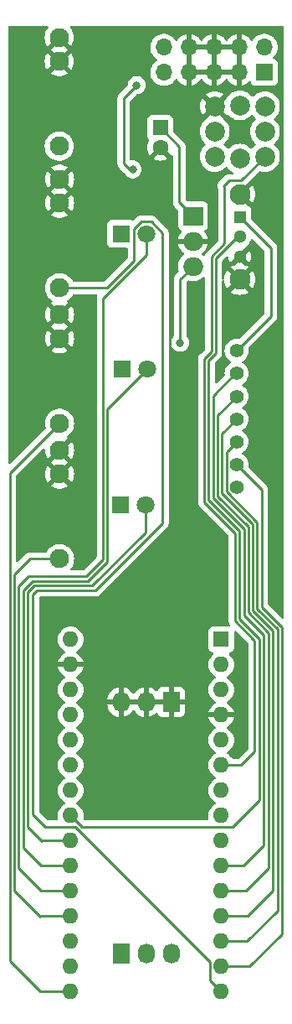
<source format=gbr>
%TF.GenerationSoftware,KiCad,Pcbnew,7.0.5*%
%TF.CreationDate,2023-09-13T13:06:11-07:00*%
%TF.ProjectId,16Bars,31364261-7273-42e6-9b69-6361645f7063,rev?*%
%TF.SameCoordinates,Original*%
%TF.FileFunction,Copper,L2,Bot*%
%TF.FilePolarity,Positive*%
%FSLAX46Y46*%
G04 Gerber Fmt 4.6, Leading zero omitted, Abs format (unit mm)*
G04 Created by KiCad (PCBNEW 7.0.5) date 2023-09-13 13:06:11*
%MOMM*%
%LPD*%
G01*
G04 APERTURE LIST*
%TA.AperFunction,ComponentPad*%
%ADD10R,1.700000X1.700000*%
%TD*%
%TA.AperFunction,ComponentPad*%
%ADD11O,1.700000X1.700000*%
%TD*%
%TA.AperFunction,ComponentPad*%
%ADD12R,1.727200X2.032000*%
%TD*%
%TA.AperFunction,ComponentPad*%
%ADD13O,1.727200X2.032000*%
%TD*%
%TA.AperFunction,ComponentPad*%
%ADD14C,1.930400*%
%TD*%
%TA.AperFunction,WasherPad*%
%ADD15C,2.000000*%
%TD*%
%TA.AperFunction,ComponentPad*%
%ADD16C,2.000000*%
%TD*%
%TA.AperFunction,ComponentPad*%
%ADD17R,1.300000X1.300000*%
%TD*%
%TA.AperFunction,ComponentPad*%
%ADD18C,1.300000*%
%TD*%
%TA.AperFunction,ComponentPad*%
%ADD19C,2.100000*%
%TD*%
%TA.AperFunction,ComponentPad*%
%ADD20C,1.400000*%
%TD*%
%TA.AperFunction,ComponentPad*%
%ADD21R,2.000000X1.905000*%
%TD*%
%TA.AperFunction,ComponentPad*%
%ADD22O,2.000000X1.905000*%
%TD*%
%TA.AperFunction,ComponentPad*%
%ADD23R,1.800000X1.800000*%
%TD*%
%TA.AperFunction,ComponentPad*%
%ADD24C,1.800000*%
%TD*%
%TA.AperFunction,ComponentPad*%
%ADD25R,1.600000X1.600000*%
%TD*%
%TA.AperFunction,ComponentPad*%
%ADD26C,1.600000*%
%TD*%
%TA.AperFunction,ComponentPad*%
%ADD27O,1.600000X1.600000*%
%TD*%
%TA.AperFunction,ViaPad*%
%ADD28C,0.800000*%
%TD*%
%TA.AperFunction,Conductor*%
%ADD29C,0.250000*%
%TD*%
G04 APERTURE END LIST*
D10*
%TO.P,J2,1,Pin_1*%
%TO.N,+12V*%
X82700000Y-40000000D03*
D11*
%TO.P,J2,2,Pin_2*%
X82700000Y-37460000D03*
%TO.P,J2,3,Pin_3*%
%TO.N,GND*%
X80160000Y-40000000D03*
%TO.P,J2,4,Pin_4*%
X80160000Y-37460000D03*
%TO.P,J2,5,Pin_5*%
X77620000Y-40000000D03*
%TO.P,J2,6,Pin_6*%
X77620000Y-37460000D03*
%TO.P,J2,7,Pin_7*%
X75080000Y-40000000D03*
%TO.P,J2,8,Pin_8*%
X75080000Y-37460000D03*
%TO.P,J2,9,Pin_9*%
%TO.N,unconnected-(J2-Pin_9-Pad9)*%
X72540000Y-40000000D03*
%TO.P,J2,10,Pin_10*%
%TO.N,unconnected-(J2-Pin_10-Pad10)*%
X72540000Y-37460000D03*
%TD*%
D12*
%TO.P,J3,1,Pin_1*%
%TO.N,+5V*%
X68210000Y-129000000D03*
D13*
%TO.P,J3,2,Pin_2*%
%TO.N,RESET*%
X70750000Y-129000000D03*
%TO.P,J3,3,Pin_3*%
%TO.N,CLOCK_BAR*%
X73290000Y-129000000D03*
%TD*%
D12*
%TO.P,J7,1,Pin_1*%
%TO.N,GND*%
X73290000Y-103550000D03*
D13*
%TO.P,J7,2,Pin_2*%
X70750000Y-103550000D03*
%TO.P,J7,3,Pin_3*%
X68210000Y-103550000D03*
%TD*%
D14*
%TO.P,J6,1,SIG*%
%TO.N,/lastBar*%
X62000000Y-89107000D03*
%TO.P,J6,2,SHEILD*%
%TO.N,GND*%
X62000000Y-78134200D03*
%TO.P,J6,3,SW*%
X62000000Y-80547200D03*
%TD*%
%TO.P,J5,1,SIG*%
%TO.N,/middleBar*%
X62000000Y-75429500D03*
%TO.P,J5,2,SHEILD*%
%TO.N,GND*%
X62000000Y-64456700D03*
%TO.P,J5,3,SW*%
X62000000Y-66869700D03*
%TD*%
%TO.P,J4,1,SIG*%
%TO.N,/firstBar*%
X62000000Y-61752000D03*
%TO.P,J4,2,SHEILD*%
%TO.N,GND*%
X62000000Y-50779200D03*
%TO.P,J4,3,SW*%
X62000000Y-53192200D03*
%TD*%
%TO.P,J1,1,SIG*%
%TO.N,Net-(J1-SIG)*%
X61970000Y-47452000D03*
%TO.P,J1,2,SHEILD*%
%TO.N,GND*%
X61970000Y-36479200D03*
%TO.P,J1,3,SW*%
X61970000Y-38892200D03*
%TD*%
D15*
%TO.P,SW1,*%
%TO.N,*%
X77697600Y-45980300D03*
X82777600Y-45980300D03*
D16*
%TO.P,SW1,1,1*%
%TO.N,GND*%
X77697600Y-43440300D03*
%TO.P,SW1,2,2*%
%TO.N,unconnected-(SW1-Pad2)*%
X77697600Y-48520300D03*
%TO.P,SW1,3,3*%
%TO.N,unconnected-(SW1-Pad3)*%
X82777600Y-43440300D03*
%TO.P,SW1,4,4*%
%TO.N,/ResetButton*%
X82777600Y-48520300D03*
%TO.P,SW1,L1,L1*%
%TO.N,CLOCK_IN*%
X80237600Y-43320300D03*
%TO.P,SW1,L2,L2*%
%TO.N,Net-(R15-Pad2)*%
X80237600Y-48720300D03*
%TD*%
D17*
%TO.P,SW3,1,N.C.*%
%TO.N,+5V*%
X80237600Y-54600000D03*
D18*
%TO.P,SW3,2,COM*%
%TO.N,/barsPerPhrase*%
X80237600Y-56600000D03*
%TO.P,SW3,3,N.O.*%
%TO.N,GND*%
X80237600Y-58600000D03*
D19*
%TO.P,SW3,4,4*%
X80237600Y-52300000D03*
%TO.P,SW3,5,5*%
X80237600Y-60900000D03*
%TD*%
D20*
%TO.P,S1,1,1*%
%TO.N,/barsPerBar-4*%
X79912600Y-70400000D03*
%TO.P,S1,2,2*%
%TO.N,/barsPerBar-7*%
X79912600Y-72700000D03*
%TO.P,S1,3,3*%
%TO.N,/barsPerBar-8*%
X79912600Y-75000000D03*
%TO.P,S1,4,4*%
%TO.N,/barsPerBar-12*%
X79912600Y-77300000D03*
%TO.P,S1,5,5*%
%TO.N,/barsPerBar-16*%
X79912600Y-79600000D03*
%TO.P,S1,C1,COM_1*%
%TO.N,+5V*%
X79912600Y-68100000D03*
%TO.P,S1,C2,COM_2*%
X79912600Y-81900000D03*
%TD*%
D21*
%TO.P,U1,1,VI*%
%TO.N,+12V*%
X75500000Y-54500000D03*
D22*
%TO.P,U1,2,GND*%
%TO.N,GND*%
X75500000Y-57040000D03*
%TO.P,U1,3,VO*%
%TO.N,+5V*%
X75500000Y-59580000D03*
%TD*%
D23*
%TO.P,D4,1,K*%
%TO.N,Net-(D4-K)*%
X68125000Y-83655000D03*
D24*
%TO.P,D4,2,A*%
%TO.N,/lastBarLED*%
X70665000Y-83655000D03*
%TD*%
D23*
%TO.P,D3,1,K*%
%TO.N,Net-(D3-K)*%
X68320000Y-69977500D03*
D24*
%TO.P,D3,2,A*%
%TO.N,/middleBarLED*%
X70860000Y-69977500D03*
%TD*%
D23*
%TO.P,D1,1,K*%
%TO.N,Net-(D1-K)*%
X68225000Y-56300000D03*
D24*
%TO.P,D1,2,A*%
%TO.N,/firstBarLED*%
X70765000Y-56300000D03*
%TD*%
D25*
%TO.P,C1,1*%
%TO.N,+12V*%
X72200000Y-45600000D03*
D26*
%TO.P,C1,2*%
%TO.N,GND*%
X72200000Y-47600000D03*
%TD*%
D25*
%TO.P,A1,1,D1/TX*%
%TO.N,unconnected-(A1-D1{slash}TX-Pad1)*%
X78360000Y-97250000D03*
D27*
%TO.P,A1,2,D0/RX*%
%TO.N,unconnected-(A1-D0{slash}RX-Pad2)*%
X78360000Y-99790000D03*
%TO.P,A1,3,~{RESET}*%
%TO.N,unconnected-(A1-~{RESET}-Pad3)*%
X78360000Y-102330000D03*
%TO.P,A1,4,GND*%
%TO.N,GND*%
X78360000Y-104870000D03*
%TO.P,A1,5,D2*%
%TO.N,CLOCK_IN*%
X78360000Y-107410000D03*
%TO.P,A1,6,D3*%
%TO.N,/ResetButton*%
X78360000Y-109950000D03*
%TO.P,A1,7,D4*%
%TO.N,CLOCK_BAR*%
X78360000Y-112490000D03*
%TO.P,A1,8,D5*%
%TO.N,RESET*%
X78360000Y-115030000D03*
%TO.P,A1,9,D6*%
%TO.N,unconnected-(A1-D6-Pad9)*%
X78360000Y-117570000D03*
%TO.P,A1,10,D7*%
%TO.N,/barsPerBar-4*%
X78360000Y-120110000D03*
%TO.P,A1,11,D8*%
%TO.N,/barsPerBar-7*%
X78360000Y-122650000D03*
%TO.P,A1,12,D9*%
%TO.N,/barsPerBar-8*%
X78360000Y-125190000D03*
%TO.P,A1,13,D10*%
%TO.N,/barsPerBar-12*%
X78360000Y-127730000D03*
%TO.P,A1,14,D11*%
%TO.N,/barsPerBar-16*%
X78360000Y-130270000D03*
%TO.P,A1,15,D12*%
%TO.N,/firstBar*%
X78360000Y-132810000D03*
%TO.P,A1,16,D13*%
%TO.N,/middleBar*%
X63120000Y-132810000D03*
%TO.P,A1,17,3V3*%
%TO.N,unconnected-(A1-3V3-Pad17)*%
X63120000Y-130270000D03*
%TO.P,A1,18,AREF*%
%TO.N,unconnected-(A1-AREF-Pad18)*%
X63120000Y-127730000D03*
%TO.P,A1,19,A0*%
%TO.N,/lastBar*%
X63120000Y-125190000D03*
%TO.P,A1,20,A1*%
%TO.N,/firstBarLED*%
X63120000Y-122650000D03*
%TO.P,A1,21,A2*%
%TO.N,/middleBarLED*%
X63120000Y-120110000D03*
%TO.P,A1,22,A3*%
%TO.N,/lastBarLED*%
X63120000Y-117570000D03*
%TO.P,A1,23,A4*%
%TO.N,/barsPerPhrase*%
X63120000Y-115030000D03*
%TO.P,A1,24,A5*%
%TO.N,unconnected-(A1-A5-Pad24)*%
X63120000Y-112490000D03*
%TO.P,A1,25,A6*%
%TO.N,unconnected-(A1-A6-Pad25)*%
X63120000Y-109950000D03*
%TO.P,A1,26,A7*%
%TO.N,unconnected-(A1-A7-Pad26)*%
X63120000Y-107410000D03*
%TO.P,A1,27,+5V*%
%TO.N,unconnected-(A1-+5V-Pad27)*%
X63120000Y-104870000D03*
%TO.P,A1,28,~{RESET}*%
%TO.N,unconnected-(A1-~{RESET}-Pad28)*%
X63120000Y-102330000D03*
%TO.P,A1,29,GND*%
%TO.N,GND*%
X63120000Y-99790000D03*
%TO.P,A1,30,VIN*%
%TO.N,+5V*%
X63120000Y-97250000D03*
%TD*%
D28*
%TO.N,+5V*%
X74200000Y-67300000D03*
X69399311Y-49799311D03*
%TO.N,GND*%
X75300000Y-64900000D03*
X79600000Y-65000000D03*
%TO.N,+5V*%
X69800000Y-41300000D03*
%TO.N,GND*%
X75600000Y-52500000D03*
%TD*%
D29*
%TO.N,+5V*%
X74200000Y-60880000D02*
X74200000Y-67300000D01*
X75500000Y-59580000D02*
X74200000Y-60880000D01*
%TO.N,+12V*%
X74100000Y-47500000D02*
X72200000Y-45600000D01*
X75500000Y-54500000D02*
X74100000Y-53100000D01*
X74100000Y-53100000D02*
X74100000Y-47500000D01*
%TO.N,+5V*%
X69099311Y-49799311D02*
X69399311Y-49799311D01*
X68500000Y-49200000D02*
X69099311Y-49799311D01*
X68500000Y-42600000D02*
X69800000Y-41300000D01*
X68500000Y-49200000D02*
X68500000Y-42600000D01*
%TO.N,/ResetButton*%
X80372900Y-50925000D02*
X82777600Y-48520300D01*
X79175000Y-50925000D02*
X80372900Y-50925000D01*
X78600000Y-51500000D02*
X79175000Y-50925000D01*
X78700000Y-51600000D02*
X78600000Y-51500000D01*
X78700000Y-57263604D02*
X78700000Y-51600000D01*
X77350000Y-68193622D02*
X77350000Y-58613604D01*
X76640009Y-68903613D02*
X77350000Y-68193622D01*
X79752389Y-86500000D02*
X76640009Y-83387620D01*
X77350000Y-58613604D02*
X78700000Y-57263604D01*
X76640009Y-83387620D02*
X76640009Y-68903613D01*
X80350000Y-109950000D02*
X81750480Y-108549520D01*
X78360000Y-109950000D02*
X80350000Y-109950000D01*
X81750480Y-97386876D02*
X79752389Y-95388785D01*
X81750480Y-108549520D02*
X81750480Y-97386876D01*
X79752389Y-95388785D02*
X79752389Y-86500000D01*
%TO.N,/barsPerPhrase*%
X64244511Y-116154511D02*
X63120000Y-115030000D01*
X79545489Y-116154511D02*
X64244511Y-116154511D01*
X82200480Y-113499520D02*
X79545489Y-116154511D01*
X82200480Y-97200480D02*
X82200480Y-113499520D01*
X80202389Y-95202389D02*
X82200480Y-97200480D01*
X77090009Y-83160015D02*
X80202389Y-86272396D01*
X80202389Y-86272396D02*
X80202389Y-95202389D01*
X77800000Y-68380018D02*
X77090009Y-69090009D01*
X77800000Y-58800000D02*
X77800000Y-68380018D01*
X80000000Y-56600000D02*
X77800000Y-58800000D01*
X80237600Y-56600000D02*
X80000000Y-56600000D01*
X77090009Y-69090009D02*
X77090009Y-83160015D01*
%TO.N,+5V*%
X83400000Y-64612600D02*
X79912600Y-68100000D01*
X83400000Y-57762400D02*
X83400000Y-64612600D01*
X80237600Y-54600000D02*
X83400000Y-57762400D01*
%TO.N,/barsPerBar-4*%
X80590000Y-120110000D02*
X78360000Y-120110000D01*
X79912600Y-70400000D02*
X79800000Y-70400000D01*
X82650480Y-118049520D02*
X80590000Y-120110000D01*
X82650480Y-96800000D02*
X82650480Y-118049520D01*
X80651909Y-94801429D02*
X82650480Y-96800000D01*
X79800000Y-70400000D02*
X77539529Y-72660471D01*
X77539529Y-72660471D02*
X77539529Y-82973818D01*
X77539529Y-82973818D02*
X80651909Y-86086198D01*
X80651909Y-86086198D02*
X80651909Y-94801429D01*
%TO.N,/barsPerBar-7*%
X77989049Y-74623551D02*
X79912600Y-72700000D01*
X81101429Y-85900000D02*
X77989049Y-82787620D01*
X77989049Y-82787620D02*
X77989049Y-74623551D01*
X83150000Y-96583514D02*
X81101430Y-94534944D01*
X81101430Y-94534944D02*
X81101429Y-85900000D01*
X78360000Y-122650000D02*
X80850000Y-122650000D01*
X83150000Y-120350000D02*
X83150000Y-96583514D01*
X80850000Y-122650000D02*
X83150000Y-120350000D01*
%TO.N,/barsPerBar-8*%
X81550949Y-94348745D02*
X81550949Y-85622944D01*
X78438569Y-82510564D02*
X78438569Y-76474031D01*
X78438569Y-76474031D02*
X79912600Y-75000000D01*
X81010000Y-125190000D02*
X83600000Y-122600000D01*
X81550949Y-85622944D02*
X78438569Y-82510564D01*
X78360000Y-125190000D02*
X81010000Y-125190000D01*
X83600000Y-96397798D02*
X81550949Y-94348745D01*
X83600000Y-122600000D02*
X83600000Y-96397798D01*
%TO.N,/barsPerBar-12*%
X78888089Y-82324367D02*
X78888089Y-78324511D01*
X80970000Y-127730000D02*
X84050480Y-124649520D01*
X82000469Y-94162548D02*
X82000469Y-85436747D01*
X84050480Y-124649520D02*
X84050480Y-96212560D01*
X78888089Y-78324511D02*
X79912600Y-77300000D01*
X82000469Y-85436747D02*
X78888089Y-82324367D01*
X78360000Y-127730000D02*
X80970000Y-127730000D01*
X84050480Y-96212560D02*
X82000469Y-94162548D01*
%TO.N,/barsPerBar-16*%
X81230000Y-130270000D02*
X84500000Y-127000000D01*
X78360000Y-130270000D02*
X81230000Y-130270000D01*
X84500000Y-96026362D02*
X82449989Y-93976351D01*
X84500000Y-127000000D02*
X84500000Y-96026362D01*
X82449989Y-93976351D02*
X82449989Y-82137389D01*
X82449989Y-82137389D02*
X79912600Y-79600000D01*
%TO.N,/firstBar*%
X72400000Y-85500000D02*
X72400000Y-56203279D01*
X59300000Y-92700000D02*
X59700000Y-92300000D01*
X65600000Y-92300000D02*
X72400000Y-85500000D01*
X59300000Y-114900000D02*
X59300000Y-92700000D01*
X78360000Y-132810000D02*
X77235489Y-131685489D01*
X77235489Y-131685489D02*
X77235489Y-129804211D01*
X60554511Y-116154511D02*
X59300000Y-114900000D01*
X63585789Y-116154511D02*
X60554511Y-116154511D01*
X66812283Y-61752000D02*
X62000000Y-61752000D01*
X72400000Y-56203279D02*
X71272210Y-55075489D01*
X70257790Y-55075489D02*
X69540489Y-55792790D01*
X59700000Y-92300000D02*
X65600000Y-92300000D01*
X77235489Y-129804211D02*
X63585789Y-116154511D01*
X69540489Y-55792790D02*
X69540489Y-59023794D01*
X71272210Y-55075489D02*
X70257790Y-55075489D01*
X69540489Y-59023794D02*
X66812283Y-61752000D01*
%TO.N,/middleBar*%
X60010000Y-132810000D02*
X56950480Y-129750480D01*
X56950480Y-129750480D02*
X56950480Y-80479020D01*
X56950480Y-80479020D02*
X62000000Y-75429500D01*
X63120000Y-132810000D02*
X60010000Y-132810000D01*
%TO.N,/lastBar*%
X63120000Y-125190000D02*
X60010000Y-125190000D01*
X60010000Y-125190000D02*
X60000000Y-125200000D01*
X57400000Y-122600000D02*
X57400000Y-90700000D01*
X58993000Y-89107000D02*
X62000000Y-89107000D01*
X60000000Y-125200000D02*
X57400000Y-122600000D01*
X57400000Y-90700000D02*
X58993000Y-89107000D01*
%TO.N,/firstBarLED*%
X57849520Y-91900000D02*
X58849520Y-90900000D01*
X60150000Y-122650000D02*
X57849520Y-120349520D01*
X70765000Y-58435000D02*
X70765000Y-56300000D01*
X64700000Y-90900000D02*
X66400000Y-89200000D01*
X57849520Y-120349520D02*
X57849520Y-91900000D01*
X66400000Y-89200000D02*
X66400000Y-62800000D01*
X63120000Y-122650000D02*
X60150000Y-122650000D01*
X58849520Y-90900000D02*
X64700000Y-90900000D01*
X66400000Y-62800000D02*
X70765000Y-58435000D01*
%TO.N,/middleBarLED*%
X59250480Y-91349520D02*
X64750480Y-91349520D01*
X64750480Y-91349520D02*
X64950480Y-91349520D01*
X60110000Y-120110000D02*
X58300000Y-118300000D01*
X63120000Y-120110000D02*
X60110000Y-120110000D01*
X64750480Y-91349520D02*
X64886198Y-91349520D01*
X58300000Y-92300000D02*
X59250480Y-91349520D01*
X64886198Y-91349520D02*
X66849520Y-89386197D01*
X66849520Y-89386197D02*
X66849520Y-73987980D01*
X58300000Y-118300000D02*
X58300000Y-92300000D01*
X66849520Y-73987980D02*
X70860000Y-69977500D01*
%TO.N,/lastBarLED*%
X58749520Y-116149520D02*
X58749520Y-92500000D01*
X60200000Y-117600000D02*
X58749520Y-116149520D01*
X58749520Y-92500000D02*
X59450480Y-91799040D01*
X59450480Y-91799040D02*
X65300960Y-91799040D01*
X63120000Y-117570000D02*
X60230000Y-117570000D01*
X60230000Y-117570000D02*
X60200000Y-117600000D01*
X70665000Y-86435000D02*
X70665000Y-83655000D01*
X65300960Y-91799040D02*
X70665000Y-86435000D01*
%TD*%
%TA.AperFunction,Conductor*%
%TO.N,GND*%
G36*
X70283155Y-103336799D02*
G01*
X70242000Y-103476961D01*
X70242000Y-103623039D01*
X70283155Y-103763201D01*
X70309375Y-103804000D01*
X68650625Y-103804000D01*
X68676845Y-103763201D01*
X68718000Y-103623039D01*
X68718000Y-103476961D01*
X68676845Y-103336799D01*
X68650625Y-103296000D01*
X70309375Y-103296000D01*
X70283155Y-103336799D01*
G37*
%TD.AperFunction*%
%TA.AperFunction,Conductor*%
G36*
X72823155Y-103336799D02*
G01*
X72782000Y-103476961D01*
X72782000Y-103623039D01*
X72823155Y-103763201D01*
X72849375Y-103804000D01*
X71190625Y-103804000D01*
X71216845Y-103763201D01*
X71258000Y-103623039D01*
X71258000Y-103476961D01*
X71216845Y-103336799D01*
X71190625Y-103296000D01*
X72849375Y-103296000D01*
X72823155Y-103336799D01*
G37*
%TD.AperFunction*%
%TA.AperFunction,Conductor*%
G36*
X77160507Y-39790156D02*
G01*
X77120000Y-39928111D01*
X77120000Y-40071889D01*
X77160507Y-40209844D01*
X77188884Y-40254000D01*
X75511116Y-40254000D01*
X75539493Y-40209844D01*
X75580000Y-40071889D01*
X75580000Y-39928111D01*
X75539493Y-39790156D01*
X75511116Y-39746000D01*
X77188884Y-39746000D01*
X77160507Y-39790156D01*
G37*
%TD.AperFunction*%
%TA.AperFunction,Conductor*%
G36*
X79700507Y-39790156D02*
G01*
X79660000Y-39928111D01*
X79660000Y-40071889D01*
X79700507Y-40209844D01*
X79728884Y-40254000D01*
X78051116Y-40254000D01*
X78079493Y-40209844D01*
X78120000Y-40071889D01*
X78120000Y-39928111D01*
X78079493Y-39790156D01*
X78051116Y-39746000D01*
X79728884Y-39746000D01*
X79700507Y-39790156D01*
G37*
%TD.AperFunction*%
%TA.AperFunction,Conductor*%
G36*
X75333999Y-39566325D02*
G01*
X75222315Y-39515320D01*
X75115763Y-39500000D01*
X75044237Y-39500000D01*
X74937685Y-39515320D01*
X74826000Y-39566325D01*
X74826000Y-37893674D01*
X74937685Y-37944680D01*
X75044237Y-37960000D01*
X75115763Y-37960000D01*
X75222315Y-37944680D01*
X75333999Y-37893674D01*
X75333999Y-39566325D01*
G37*
%TD.AperFunction*%
%TA.AperFunction,Conductor*%
G36*
X77874000Y-39566325D02*
G01*
X77762315Y-39515320D01*
X77655763Y-39500000D01*
X77584237Y-39500000D01*
X77477685Y-39515320D01*
X77365999Y-39566325D01*
X77365999Y-37893674D01*
X77477685Y-37944680D01*
X77584237Y-37960000D01*
X77655763Y-37960000D01*
X77762315Y-37944680D01*
X77874000Y-37893674D01*
X77874000Y-39566325D01*
G37*
%TD.AperFunction*%
%TA.AperFunction,Conductor*%
G36*
X80414000Y-39566325D02*
G01*
X80302315Y-39515320D01*
X80195763Y-39500000D01*
X80124237Y-39500000D01*
X80017685Y-39515320D01*
X79906000Y-39566325D01*
X79906000Y-37893674D01*
X80017685Y-37944680D01*
X80124237Y-37960000D01*
X80195763Y-37960000D01*
X80302315Y-37944680D01*
X80414000Y-37893674D01*
X80414000Y-39566325D01*
G37*
%TD.AperFunction*%
%TA.AperFunction,Conductor*%
G36*
X77160507Y-37250156D02*
G01*
X77120000Y-37388111D01*
X77120000Y-37531889D01*
X77160507Y-37669844D01*
X77188884Y-37714000D01*
X75511116Y-37714000D01*
X75539493Y-37669844D01*
X75580000Y-37531889D01*
X75580000Y-37388111D01*
X75539493Y-37250156D01*
X75511116Y-37206000D01*
X77188884Y-37206000D01*
X77160507Y-37250156D01*
G37*
%TD.AperFunction*%
%TA.AperFunction,Conductor*%
G36*
X79700507Y-37250156D02*
G01*
X79660000Y-37388111D01*
X79660000Y-37531889D01*
X79700507Y-37669844D01*
X79728884Y-37714000D01*
X78051116Y-37714000D01*
X78079493Y-37669844D01*
X78120000Y-37531889D01*
X78120000Y-37388111D01*
X78079493Y-37250156D01*
X78051116Y-37206000D01*
X79728884Y-37206000D01*
X79700507Y-37250156D01*
G37*
%TD.AperFunction*%
%TA.AperFunction,Conductor*%
G36*
X60833559Y-35320502D02*
G01*
X60880052Y-35374158D01*
X60890156Y-35444432D01*
X60860662Y-35509012D01*
X60858139Y-35511838D01*
X60803451Y-35571244D01*
X60669918Y-35775631D01*
X60571848Y-35999209D01*
X60571846Y-35999213D01*
X60511913Y-36235882D01*
X60491751Y-36479200D01*
X60511913Y-36722517D01*
X60571846Y-36959186D01*
X60571848Y-36959190D01*
X60669918Y-37182768D01*
X60763690Y-37326297D01*
X60763691Y-37326297D01*
X61530285Y-36559702D01*
X61531749Y-36579228D01*
X61580703Y-36703960D01*
X61664248Y-36808722D01*
X61774960Y-36884204D01*
X61889020Y-36919387D01*
X61122710Y-37685697D01*
X61122710Y-37685700D01*
X61786592Y-38349582D01*
X61681785Y-38392996D01*
X61562402Y-38484602D01*
X61470796Y-38603984D01*
X61427382Y-38708792D01*
X60763691Y-38045101D01*
X60763690Y-38045101D01*
X60669923Y-38188622D01*
X60669916Y-38188636D01*
X60571848Y-38412209D01*
X60571846Y-38412213D01*
X60511913Y-38648882D01*
X60491751Y-38892199D01*
X60511913Y-39135517D01*
X60571846Y-39372186D01*
X60571848Y-39372190D01*
X60669918Y-39595768D01*
X60763690Y-39739297D01*
X60763692Y-39739298D01*
X61427382Y-39075607D01*
X61470796Y-39180415D01*
X61562402Y-39299798D01*
X61681785Y-39391404D01*
X61786592Y-39434817D01*
X61122221Y-40099188D01*
X61161470Y-40129738D01*
X61376194Y-40245940D01*
X61376196Y-40245942D01*
X61607106Y-40325213D01*
X61607113Y-40325215D01*
X61847931Y-40365400D01*
X62092069Y-40365400D01*
X62332886Y-40325215D01*
X62332893Y-40325213D01*
X62563803Y-40245942D01*
X62563805Y-40245940D01*
X62778525Y-40129741D01*
X62778533Y-40129735D01*
X62817778Y-40099188D01*
X62718590Y-40000000D01*
X71176844Y-40000000D01*
X71194232Y-40209844D01*
X71195437Y-40224375D01*
X71250702Y-40442612D01*
X71250703Y-40442613D01*
X71341141Y-40648793D01*
X71464275Y-40837265D01*
X71464279Y-40837270D01*
X71616762Y-41002908D01*
X71671331Y-41045381D01*
X71794424Y-41141189D01*
X71992426Y-41248342D01*
X71992427Y-41248342D01*
X71992428Y-41248343D01*
X72104227Y-41286723D01*
X72205365Y-41321444D01*
X72427431Y-41358500D01*
X72427435Y-41358500D01*
X72652565Y-41358500D01*
X72652569Y-41358500D01*
X72874635Y-41321444D01*
X73087574Y-41248342D01*
X73285576Y-41141189D01*
X73463240Y-41002906D01*
X73615722Y-40837268D01*
X73615927Y-40836955D01*
X73704816Y-40700899D01*
X73758819Y-40654810D01*
X73829167Y-40645235D01*
X73893524Y-40675212D01*
X73915782Y-40700898D01*
X74004674Y-40836958D01*
X74157097Y-41002534D01*
X74334698Y-41140767D01*
X74334699Y-41140768D01*
X74532628Y-41247882D01*
X74532630Y-41247883D01*
X74745483Y-41320955D01*
X74745492Y-41320957D01*
X74826000Y-41334391D01*
X74826000Y-40433674D01*
X74937685Y-40484680D01*
X75044237Y-40500000D01*
X75115763Y-40500000D01*
X75222315Y-40484680D01*
X75334000Y-40433674D01*
X75334000Y-41334390D01*
X75414507Y-41320957D01*
X75414516Y-41320955D01*
X75627369Y-41247883D01*
X75627371Y-41247882D01*
X75825300Y-41140768D01*
X75825301Y-41140767D01*
X76002902Y-41002534D01*
X76155327Y-40836955D01*
X76244517Y-40700441D01*
X76298521Y-40654352D01*
X76368868Y-40644777D01*
X76433226Y-40674754D01*
X76455483Y-40700441D01*
X76544672Y-40836955D01*
X76697097Y-41002534D01*
X76874698Y-41140767D01*
X76874699Y-41140768D01*
X77072628Y-41247882D01*
X77072630Y-41247883D01*
X77285483Y-41320955D01*
X77285492Y-41320957D01*
X77366000Y-41334391D01*
X77366000Y-40433674D01*
X77477685Y-40484680D01*
X77584237Y-40500000D01*
X77655763Y-40500000D01*
X77762315Y-40484680D01*
X77874000Y-40433674D01*
X77874000Y-41334390D01*
X77954507Y-41320957D01*
X77954516Y-41320955D01*
X78167369Y-41247883D01*
X78167371Y-41247882D01*
X78365300Y-41140768D01*
X78365301Y-41140767D01*
X78542902Y-41002534D01*
X78695327Y-40836955D01*
X78784517Y-40700441D01*
X78838521Y-40654352D01*
X78908868Y-40644777D01*
X78973226Y-40674754D01*
X78995483Y-40700441D01*
X79084672Y-40836955D01*
X79237097Y-41002534D01*
X79414698Y-41140767D01*
X79414699Y-41140768D01*
X79612628Y-41247882D01*
X79612630Y-41247883D01*
X79825483Y-41320955D01*
X79825492Y-41320957D01*
X79906000Y-41334391D01*
X79906000Y-40433674D01*
X80017685Y-40484680D01*
X80124237Y-40500000D01*
X80195763Y-40500000D01*
X80302315Y-40484680D01*
X80414000Y-40433674D01*
X80414000Y-41334390D01*
X80494507Y-41320957D01*
X80494516Y-41320955D01*
X80707369Y-41247883D01*
X80707371Y-41247882D01*
X80905300Y-41140768D01*
X80905301Y-41140767D01*
X81082905Y-41002532D01*
X81144047Y-40936113D01*
X81204899Y-40899541D01*
X81275863Y-40901674D01*
X81334409Y-40941835D01*
X81354804Y-40977415D01*
X81399111Y-41096204D01*
X81399112Y-41096207D01*
X81486738Y-41213261D01*
X81603792Y-41300887D01*
X81603794Y-41300888D01*
X81603796Y-41300889D01*
X81657600Y-41320957D01*
X81740795Y-41351988D01*
X81740803Y-41351990D01*
X81801350Y-41358499D01*
X81801355Y-41358499D01*
X81801362Y-41358500D01*
X81801368Y-41358500D01*
X83598632Y-41358500D01*
X83598638Y-41358500D01*
X83598645Y-41358499D01*
X83598649Y-41358499D01*
X83659196Y-41351990D01*
X83659199Y-41351989D01*
X83659201Y-41351989D01*
X83661274Y-41351216D01*
X83688800Y-41340949D01*
X83796204Y-41300889D01*
X83866399Y-41248342D01*
X83913261Y-41213261D01*
X84000887Y-41096207D01*
X84000887Y-41096206D01*
X84000889Y-41096204D01*
X84051989Y-40959201D01*
X84055297Y-40928438D01*
X84058499Y-40898649D01*
X84058500Y-40898632D01*
X84058500Y-39101367D01*
X84058499Y-39101350D01*
X84051990Y-39040803D01*
X84051988Y-39040795D01*
X84000889Y-38903797D01*
X84000887Y-38903792D01*
X83913261Y-38786738D01*
X83796207Y-38699112D01*
X83796203Y-38699110D01*
X83681192Y-38656213D01*
X83624356Y-38613667D01*
X83599546Y-38547146D01*
X83614638Y-38477772D01*
X83632525Y-38452820D01*
X83775714Y-38297277D01*
X83775724Y-38297265D01*
X83782441Y-38286983D01*
X83898860Y-38108791D01*
X83989296Y-37902616D01*
X84044564Y-37684368D01*
X84063156Y-37460000D01*
X84044564Y-37235632D01*
X83989296Y-37017384D01*
X83898860Y-36811209D01*
X83881597Y-36784786D01*
X83775724Y-36622734D01*
X83775720Y-36622729D01*
X83643590Y-36479200D01*
X83623240Y-36457094D01*
X83623239Y-36457093D01*
X83623237Y-36457091D01*
X83523127Y-36379172D01*
X83445576Y-36318811D01*
X83247574Y-36211658D01*
X83247572Y-36211657D01*
X83247571Y-36211656D01*
X83034639Y-36138557D01*
X83034630Y-36138555D01*
X82957029Y-36125606D01*
X82812569Y-36101500D01*
X82587431Y-36101500D01*
X82442971Y-36125606D01*
X82365369Y-36138555D01*
X82365360Y-36138557D01*
X82152428Y-36211656D01*
X82152426Y-36211658D01*
X81954426Y-36318810D01*
X81954424Y-36318811D01*
X81776762Y-36457091D01*
X81624279Y-36622729D01*
X81535183Y-36759101D01*
X81481179Y-36805189D01*
X81410831Y-36814764D01*
X81346474Y-36784786D01*
X81324217Y-36759100D01*
X81235327Y-36623044D01*
X81082902Y-36457465D01*
X80905301Y-36319232D01*
X80905300Y-36319231D01*
X80707371Y-36212117D01*
X80707369Y-36212116D01*
X80494512Y-36139043D01*
X80494501Y-36139040D01*
X80414000Y-36125606D01*
X80414000Y-37026325D01*
X80302315Y-36975320D01*
X80195763Y-36960000D01*
X80124237Y-36960000D01*
X80017685Y-36975320D01*
X79906000Y-37026325D01*
X79906000Y-36125606D01*
X79905999Y-36125606D01*
X79825498Y-36139040D01*
X79825487Y-36139043D01*
X79612630Y-36212116D01*
X79612628Y-36212117D01*
X79414699Y-36319231D01*
X79414698Y-36319232D01*
X79237097Y-36457465D01*
X79084670Y-36623045D01*
X78995481Y-36759559D01*
X78941478Y-36805647D01*
X78871130Y-36815222D01*
X78806772Y-36785244D01*
X78784516Y-36759558D01*
X78695327Y-36623044D01*
X78542902Y-36457465D01*
X78365301Y-36319232D01*
X78365300Y-36319231D01*
X78167371Y-36212117D01*
X78167369Y-36212116D01*
X77954512Y-36139043D01*
X77954501Y-36139040D01*
X77874000Y-36125606D01*
X77874000Y-37026325D01*
X77762315Y-36975320D01*
X77655763Y-36960000D01*
X77584237Y-36960000D01*
X77477685Y-36975320D01*
X77366000Y-37026325D01*
X77366000Y-36125607D01*
X77365999Y-36125606D01*
X77285498Y-36139040D01*
X77285487Y-36139043D01*
X77072630Y-36212116D01*
X77072628Y-36212117D01*
X76874699Y-36319231D01*
X76874698Y-36319232D01*
X76697097Y-36457465D01*
X76544674Y-36623042D01*
X76455483Y-36759559D01*
X76401479Y-36805647D01*
X76331131Y-36815222D01*
X76266774Y-36785244D01*
X76244517Y-36759559D01*
X76155325Y-36623042D01*
X76002902Y-36457465D01*
X75825301Y-36319232D01*
X75825300Y-36319231D01*
X75627371Y-36212117D01*
X75627369Y-36212116D01*
X75414512Y-36139043D01*
X75414501Y-36139040D01*
X75334000Y-36125606D01*
X75334000Y-37026325D01*
X75222315Y-36975320D01*
X75115763Y-36960000D01*
X75044237Y-36960000D01*
X74937685Y-36975320D01*
X74826000Y-37026325D01*
X74826000Y-36125607D01*
X74825999Y-36125606D01*
X74745498Y-36139040D01*
X74745487Y-36139043D01*
X74532630Y-36212116D01*
X74532628Y-36212117D01*
X74334699Y-36319231D01*
X74334698Y-36319232D01*
X74157097Y-36457465D01*
X74004670Y-36623045D01*
X73915780Y-36759101D01*
X73861776Y-36805189D01*
X73791428Y-36814764D01*
X73727071Y-36784786D01*
X73704816Y-36759101D01*
X73665884Y-36699511D01*
X73615724Y-36622734D01*
X73615720Y-36622729D01*
X73483590Y-36479200D01*
X73463240Y-36457094D01*
X73463239Y-36457093D01*
X73463237Y-36457091D01*
X73363127Y-36379172D01*
X73285576Y-36318811D01*
X73087574Y-36211658D01*
X73087572Y-36211657D01*
X73087571Y-36211656D01*
X72874639Y-36138557D01*
X72874630Y-36138555D01*
X72797029Y-36125606D01*
X72652569Y-36101500D01*
X72427431Y-36101500D01*
X72282971Y-36125606D01*
X72205369Y-36138555D01*
X72205360Y-36138557D01*
X71992428Y-36211656D01*
X71992426Y-36211658D01*
X71794426Y-36318810D01*
X71794424Y-36318811D01*
X71616762Y-36457091D01*
X71464279Y-36622729D01*
X71464275Y-36622734D01*
X71341141Y-36811206D01*
X71250703Y-37017386D01*
X71250702Y-37017387D01*
X71195437Y-37235624D01*
X71195436Y-37235630D01*
X71195436Y-37235632D01*
X71176844Y-37460000D01*
X71194232Y-37669844D01*
X71195437Y-37684375D01*
X71250702Y-37902612D01*
X71250703Y-37902613D01*
X71341141Y-38108793D01*
X71464275Y-38297265D01*
X71464279Y-38297270D01*
X71616762Y-38462908D01*
X71671331Y-38505381D01*
X71794424Y-38601189D01*
X71827678Y-38619185D01*
X71827680Y-38619186D01*
X71878071Y-38669200D01*
X71893423Y-38738516D01*
X71868862Y-38805129D01*
X71827680Y-38840813D01*
X71794426Y-38858810D01*
X71794424Y-38858811D01*
X71616762Y-38997091D01*
X71464279Y-39162729D01*
X71464275Y-39162734D01*
X71341141Y-39351206D01*
X71250703Y-39557386D01*
X71250702Y-39557387D01*
X71195437Y-39775624D01*
X71195436Y-39775630D01*
X71195436Y-39775632D01*
X71176844Y-40000000D01*
X62718590Y-40000000D01*
X62153407Y-39434817D01*
X62258215Y-39391404D01*
X62377598Y-39299798D01*
X62469204Y-39180416D01*
X62512616Y-39075607D01*
X63176306Y-39739297D01*
X63176307Y-39739297D01*
X63270082Y-39595765D01*
X63368151Y-39372190D01*
X63368153Y-39372186D01*
X63428086Y-39135517D01*
X63448248Y-38892200D01*
X63428086Y-38648882D01*
X63368153Y-38412213D01*
X63368151Y-38412209D01*
X63270082Y-38188634D01*
X63176307Y-38045101D01*
X62512616Y-38708792D01*
X62469204Y-38603985D01*
X62377598Y-38484602D01*
X62258215Y-38392996D01*
X62153406Y-38349582D01*
X62817290Y-37685699D01*
X62817290Y-37685698D01*
X62048483Y-36916891D01*
X62102499Y-36908750D01*
X62223224Y-36850612D01*
X62321450Y-36759472D01*
X62388447Y-36643428D01*
X62407957Y-36557948D01*
X63176306Y-37326297D01*
X63176307Y-37326297D01*
X63270082Y-37182765D01*
X63368151Y-36959190D01*
X63368153Y-36959186D01*
X63428086Y-36722517D01*
X63448248Y-36479200D01*
X63428086Y-36235882D01*
X63368153Y-35999213D01*
X63368151Y-35999209D01*
X63270081Y-35775631D01*
X63136548Y-35571244D01*
X63081861Y-35511838D01*
X63050440Y-35448173D01*
X63058427Y-35377627D01*
X63103286Y-35322598D01*
X63170774Y-35300557D01*
X63174562Y-35300500D01*
X84573500Y-35300500D01*
X84641621Y-35320502D01*
X84688114Y-35374158D01*
X84699500Y-35426500D01*
X84699500Y-95025767D01*
X84679498Y-95093888D01*
X84625842Y-95140381D01*
X84555568Y-95150485D01*
X84490988Y-95120991D01*
X84484405Y-95114862D01*
X83120394Y-93750850D01*
X83086368Y-93688538D01*
X83083489Y-93661755D01*
X83083489Y-82221242D01*
X83085238Y-82205400D01*
X83084945Y-82205373D01*
X83085691Y-82197480D01*
X83083520Y-82128400D01*
X83083489Y-82126421D01*
X83083489Y-82097539D01*
X83083489Y-82097533D01*
X83082609Y-82090571D01*
X83082145Y-82084682D01*
X83080663Y-82037500D01*
X83075006Y-82018031D01*
X83071001Y-81998687D01*
X83068463Y-81978592D01*
X83051089Y-81934711D01*
X83049170Y-81929105D01*
X83048688Y-81927447D01*
X83036007Y-81883796D01*
X83025695Y-81866359D01*
X83016999Y-81848610D01*
X83009541Y-81829772D01*
X82981801Y-81791592D01*
X82978553Y-81786647D01*
X82954531Y-81746027D01*
X82940203Y-81731699D01*
X82927373Y-81716678D01*
X82915461Y-81700282D01*
X82915458Y-81700280D01*
X82915458Y-81700279D01*
X82879096Y-81670197D01*
X82874715Y-81666211D01*
X81140101Y-79931597D01*
X81106075Y-79869285D01*
X81107344Y-79816248D01*
X81106331Y-79816070D01*
X81107282Y-79810667D01*
X81107286Y-79810655D01*
X81125716Y-79600000D01*
X81107286Y-79389345D01*
X81052556Y-79185090D01*
X80963189Y-78993442D01*
X80963188Y-78993441D01*
X80963187Y-78993438D01*
X80841907Y-78820232D01*
X80841904Y-78820228D01*
X80841901Y-78820224D01*
X80692376Y-78670699D01*
X80692372Y-78670696D01*
X80692367Y-78670692D01*
X80524589Y-78553213D01*
X80480260Y-78497756D01*
X80472951Y-78427137D01*
X80504981Y-78363776D01*
X80524589Y-78346787D01*
X80692367Y-78229307D01*
X80692376Y-78229301D01*
X80841901Y-78079776D01*
X80963189Y-77906558D01*
X81052556Y-77714910D01*
X81107286Y-77510655D01*
X81125716Y-77300000D01*
X81107286Y-77089345D01*
X81052556Y-76885090D01*
X80963189Y-76693442D01*
X80963188Y-76693441D01*
X80963187Y-76693438D01*
X80841907Y-76520232D01*
X80841904Y-76520228D01*
X80841901Y-76520224D01*
X80692376Y-76370699D01*
X80692372Y-76370696D01*
X80692367Y-76370692D01*
X80524589Y-76253213D01*
X80480260Y-76197756D01*
X80472951Y-76127137D01*
X80504981Y-76063776D01*
X80524589Y-76046787D01*
X80692367Y-75929307D01*
X80692376Y-75929301D01*
X80841901Y-75779776D01*
X80963189Y-75606558D01*
X81052556Y-75414910D01*
X81107286Y-75210655D01*
X81125716Y-75000000D01*
X81107286Y-74789345D01*
X81052556Y-74585090D01*
X80963189Y-74393442D01*
X80963188Y-74393441D01*
X80963187Y-74393438D01*
X80841907Y-74220232D01*
X80841904Y-74220228D01*
X80841901Y-74220224D01*
X80692376Y-74070699D01*
X80692372Y-74070696D01*
X80692367Y-74070692D01*
X80524589Y-73953213D01*
X80480260Y-73897756D01*
X80472951Y-73827137D01*
X80504981Y-73763776D01*
X80524589Y-73746787D01*
X80692367Y-73629307D01*
X80692376Y-73629301D01*
X80841901Y-73479776D01*
X80963189Y-73306558D01*
X81052556Y-73114910D01*
X81107286Y-72910655D01*
X81125716Y-72700000D01*
X81107286Y-72489345D01*
X81052556Y-72285090D01*
X80963189Y-72093442D01*
X80963188Y-72093441D01*
X80963187Y-72093438D01*
X80841907Y-71920232D01*
X80841904Y-71920228D01*
X80841901Y-71920224D01*
X80692376Y-71770699D01*
X80692372Y-71770696D01*
X80692367Y-71770692D01*
X80524589Y-71653213D01*
X80480260Y-71597756D01*
X80472951Y-71527137D01*
X80504981Y-71463776D01*
X80524589Y-71446787D01*
X80666272Y-71347579D01*
X80692376Y-71329301D01*
X80841901Y-71179776D01*
X80963189Y-71006558D01*
X81052556Y-70814910D01*
X81107286Y-70610655D01*
X81125716Y-70400000D01*
X81107286Y-70189345D01*
X81052556Y-69985090D01*
X80963189Y-69793442D01*
X80963188Y-69793441D01*
X80963187Y-69793438D01*
X80841907Y-69620232D01*
X80841904Y-69620228D01*
X80841901Y-69620224D01*
X80692376Y-69470699D01*
X80692372Y-69470696D01*
X80692367Y-69470692D01*
X80524589Y-69353213D01*
X80480260Y-69297756D01*
X80472951Y-69227137D01*
X80504981Y-69163776D01*
X80524589Y-69146787D01*
X80692367Y-69029307D01*
X80692376Y-69029301D01*
X80841901Y-68879776D01*
X80957811Y-68714239D01*
X80963187Y-68706561D01*
X80963187Y-68706560D01*
X80963189Y-68706558D01*
X81052556Y-68514910D01*
X81107286Y-68310655D01*
X81125716Y-68100000D01*
X81107286Y-67889345D01*
X81107283Y-67889334D01*
X81106331Y-67883930D01*
X81107645Y-67883698D01*
X81109174Y-67819145D01*
X81140099Y-67768403D01*
X83788657Y-65119845D01*
X83801092Y-65109884D01*
X83800905Y-65109657D01*
X83807016Y-65104601D01*
X83807015Y-65104601D01*
X83807018Y-65104600D01*
X83854352Y-65054192D01*
X83855667Y-65052835D01*
X83876134Y-65032370D01*
X83880429Y-65026832D01*
X83884271Y-65022331D01*
X83916586Y-64987921D01*
X83926345Y-64970167D01*
X83937197Y-64953646D01*
X83949613Y-64937641D01*
X83968347Y-64894348D01*
X83970961Y-64889012D01*
X83993694Y-64847661D01*
X83993695Y-64847660D01*
X83998733Y-64828035D01*
X84005138Y-64809330D01*
X84013181Y-64790745D01*
X84020563Y-64744125D01*
X84021761Y-64738344D01*
X84033500Y-64692630D01*
X84033500Y-64672369D01*
X84035051Y-64652658D01*
X84038219Y-64632656D01*
X84033780Y-64585689D01*
X84033500Y-64579757D01*
X84033500Y-57846253D01*
X84035249Y-57830411D01*
X84034956Y-57830384D01*
X84035702Y-57822491D01*
X84033531Y-57753411D01*
X84033500Y-57751432D01*
X84033500Y-57722550D01*
X84033500Y-57722544D01*
X84032620Y-57715582D01*
X84032156Y-57709693D01*
X84030674Y-57662511D01*
X84025017Y-57643042D01*
X84021012Y-57623698D01*
X84018474Y-57603603D01*
X84001100Y-57559722D01*
X83999181Y-57554116D01*
X83997755Y-57549209D01*
X83986018Y-57508807D01*
X83975706Y-57491370D01*
X83967010Y-57473621D01*
X83959552Y-57454783D01*
X83931812Y-57416603D01*
X83928564Y-57411658D01*
X83904542Y-57371038D01*
X83890214Y-57356710D01*
X83877384Y-57341689D01*
X83865472Y-57325293D01*
X83865469Y-57325291D01*
X83865469Y-57325290D01*
X83829107Y-57295208D01*
X83824726Y-57291222D01*
X81433005Y-54899500D01*
X81398979Y-54837188D01*
X81396100Y-54810405D01*
X81396100Y-53901367D01*
X81396099Y-53901350D01*
X81389590Y-53840803D01*
X81389588Y-53840795D01*
X81338489Y-53703797D01*
X81338487Y-53703792D01*
X81250861Y-53586738D01*
X81133801Y-53499109D01*
X81069688Y-53475196D01*
X81024626Y-53446236D01*
X80519955Y-52941565D01*
X80565295Y-52924371D01*
X80705195Y-52827806D01*
X80817920Y-52700566D01*
X80879686Y-52582877D01*
X81507061Y-53210252D01*
X81507062Y-53210251D01*
X81630079Y-53009508D01*
X81723928Y-52782935D01*
X81781176Y-52544478D01*
X81800417Y-52300000D01*
X81781176Y-52055521D01*
X81723928Y-51817064D01*
X81630079Y-51590491D01*
X81507062Y-51389747D01*
X81507060Y-51389747D01*
X80879686Y-52017121D01*
X80817920Y-51899434D01*
X80705195Y-51772194D01*
X80565295Y-51675629D01*
X80519954Y-51658433D01*
X80715281Y-51463107D01*
X80740241Y-51443747D01*
X80764262Y-51429542D01*
X80778585Y-51415218D01*
X80793624Y-51402374D01*
X80810007Y-51390472D01*
X80840093Y-51354103D01*
X80844061Y-51349741D01*
X82199141Y-49994661D01*
X82261451Y-49960637D01*
X82317645Y-49961238D01*
X82540889Y-50014835D01*
X82777600Y-50033465D01*
X83014311Y-50014835D01*
X83245194Y-49959405D01*
X83464563Y-49868540D01*
X83667016Y-49744476D01*
X83847569Y-49590269D01*
X84001776Y-49409716D01*
X84125840Y-49207263D01*
X84216705Y-48987894D01*
X84272135Y-48757011D01*
X84290765Y-48520300D01*
X84272135Y-48283589D01*
X84216705Y-48052706D01*
X84125840Y-47833337D01*
X84001776Y-47630884D01*
X83961609Y-47583854D01*
X83847569Y-47450330D01*
X83725543Y-47346111D01*
X83686734Y-47286661D01*
X83686226Y-47215666D01*
X83724182Y-47155667D01*
X83725543Y-47154489D01*
X83847569Y-47050269D01*
X83865895Y-47028812D01*
X84001776Y-46869716D01*
X84125840Y-46667263D01*
X84216705Y-46447894D01*
X84272135Y-46217011D01*
X84290765Y-45980300D01*
X84272135Y-45743589D01*
X84216705Y-45512706D01*
X84125840Y-45293337D01*
X84001776Y-45090884D01*
X84001773Y-45090880D01*
X83847569Y-44910330D01*
X83735758Y-44814835D01*
X83725542Y-44806110D01*
X83686734Y-44746661D01*
X83686226Y-44675666D01*
X83724182Y-44615667D01*
X83725543Y-44614489D01*
X83847569Y-44510269D01*
X83884409Y-44467135D01*
X84001776Y-44329716D01*
X84125840Y-44127263D01*
X84216705Y-43907894D01*
X84272135Y-43677011D01*
X84290765Y-43440300D01*
X84272135Y-43203589D01*
X84216705Y-42972706D01*
X84125840Y-42753337D01*
X84001776Y-42550884D01*
X84001773Y-42550880D01*
X83847569Y-42370330D01*
X83667019Y-42216126D01*
X83667017Y-42216125D01*
X83667016Y-42216124D01*
X83464563Y-42092060D01*
X83462287Y-42091117D01*
X83245192Y-42001194D01*
X83087251Y-41963276D01*
X83014311Y-41945765D01*
X82777600Y-41927135D01*
X82540889Y-41945765D01*
X82310007Y-42001194D01*
X82090638Y-42092059D01*
X81888182Y-42216125D01*
X81888180Y-42216126D01*
X81707629Y-42370331D01*
X81654654Y-42432357D01*
X81595203Y-42471166D01*
X81524209Y-42471672D01*
X81464210Y-42433715D01*
X81463033Y-42432356D01*
X81461772Y-42430880D01*
X81405458Y-42364944D01*
X81307569Y-42250330D01*
X81127019Y-42096126D01*
X81127017Y-42096125D01*
X81127016Y-42096124D01*
X80924563Y-41972060D01*
X80705194Y-41881195D01*
X80705192Y-41881194D01*
X80520862Y-41836941D01*
X80474311Y-41825765D01*
X80237600Y-41807135D01*
X80237599Y-41807135D01*
X80000889Y-41825765D01*
X79770007Y-41881194D01*
X79550638Y-41972059D01*
X79348182Y-42096125D01*
X79348180Y-42096126D01*
X79167630Y-42250330D01*
X79013426Y-42430880D01*
X79013422Y-42430886D01*
X78937645Y-42554541D01*
X78919308Y-42577800D01*
X78224502Y-43272605D01*
X78220716Y-43254385D01*
X78151158Y-43120144D01*
X78047962Y-43009648D01*
X77918781Y-42931091D01*
X77863177Y-42915511D01*
X78571491Y-42207197D01*
X78384333Y-42092506D01*
X78165037Y-42001671D01*
X77934232Y-41946260D01*
X77697600Y-41927637D01*
X77460967Y-41946260D01*
X77230162Y-42001671D01*
X77010862Y-42092508D01*
X76823707Y-42207196D01*
X76823707Y-42207198D01*
X77529974Y-42913465D01*
X77409142Y-42965951D01*
X77291861Y-43061366D01*
X77204672Y-43184885D01*
X77172762Y-43274671D01*
X76464498Y-42566407D01*
X76464496Y-42566407D01*
X76349808Y-42753562D01*
X76258971Y-42972862D01*
X76203560Y-43203667D01*
X76184937Y-43440300D01*
X76203560Y-43676932D01*
X76258971Y-43907737D01*
X76349806Y-44127033D01*
X76464497Y-44314191D01*
X77170697Y-43607991D01*
X77174484Y-43626215D01*
X77244042Y-43760456D01*
X77347238Y-43870952D01*
X77476419Y-43949509D01*
X77532021Y-43965088D01*
X76822392Y-44674716D01*
X76811401Y-44739607D01*
X76779962Y-44780228D01*
X76627628Y-44910333D01*
X76473426Y-45090880D01*
X76473425Y-45090882D01*
X76349359Y-45293338D01*
X76258494Y-45512707D01*
X76203065Y-45743589D01*
X76184435Y-45980300D01*
X76203065Y-46217010D01*
X76258494Y-46447892D01*
X76258495Y-46447894D01*
X76349360Y-46667263D01*
X76412093Y-46769634D01*
X76473425Y-46869717D01*
X76473426Y-46869719D01*
X76627628Y-47050266D01*
X76627631Y-47050269D01*
X76743522Y-47149249D01*
X76749657Y-47154489D01*
X76788466Y-47213940D01*
X76788972Y-47284934D01*
X76751016Y-47344933D01*
X76749657Y-47346111D01*
X76627628Y-47450333D01*
X76473426Y-47630880D01*
X76473425Y-47630882D01*
X76349359Y-47833338D01*
X76258494Y-48052707D01*
X76203065Y-48283589D01*
X76199579Y-48327888D01*
X76184435Y-48520300D01*
X76203065Y-48757011D01*
X76214875Y-48806202D01*
X76258494Y-48987892D01*
X76258495Y-48987894D01*
X76349360Y-49207263D01*
X76472543Y-49408279D01*
X76473425Y-49409717D01*
X76473426Y-49409719D01*
X76627630Y-49590269D01*
X76808180Y-49744473D01*
X76808184Y-49744476D01*
X77010637Y-49868540D01*
X77230006Y-49959405D01*
X77460889Y-50014835D01*
X77697600Y-50033465D01*
X77934311Y-50014835D01*
X78165194Y-49959405D01*
X78384563Y-49868540D01*
X78587016Y-49744476D01*
X78767569Y-49590269D01*
X78791146Y-49562662D01*
X78850595Y-49523853D01*
X78921589Y-49523345D01*
X78981589Y-49561300D01*
X78994390Y-49578656D01*
X79013422Y-49609713D01*
X79013426Y-49609719D01*
X79167630Y-49790269D01*
X79339735Y-49937260D01*
X79348184Y-49944476D01*
X79533549Y-50058068D01*
X79581179Y-50110715D01*
X79592786Y-50180756D01*
X79564683Y-50245954D01*
X79505792Y-50285608D01*
X79467713Y-50291500D01*
X79258853Y-50291500D01*
X79243011Y-50289750D01*
X79242984Y-50290044D01*
X79235091Y-50289297D01*
X79166012Y-50291469D01*
X79164033Y-50291500D01*
X79135144Y-50291500D01*
X79135140Y-50291500D01*
X79135129Y-50291501D01*
X79128190Y-50292377D01*
X79122277Y-50292843D01*
X79075114Y-50294325D01*
X79075107Y-50294327D01*
X79055649Y-50299979D01*
X79036304Y-50303985D01*
X79016206Y-50306525D01*
X79016197Y-50306527D01*
X78972331Y-50323894D01*
X78966716Y-50325817D01*
X78921408Y-50338981D01*
X78903964Y-50349297D01*
X78886218Y-50357990D01*
X78867382Y-50365448D01*
X78829209Y-50393181D01*
X78824248Y-50396440D01*
X78783638Y-50420458D01*
X78769311Y-50434784D01*
X78754285Y-50447617D01*
X78737895Y-50459525D01*
X78737893Y-50459527D01*
X78707813Y-50495886D01*
X78703817Y-50500277D01*
X78202808Y-51001285D01*
X78184547Y-51016393D01*
X78177732Y-51021025D01*
X78177724Y-51021032D01*
X78139278Y-51064639D01*
X78136573Y-51067520D01*
X78123863Y-51080231D01*
X78123859Y-51080235D01*
X78112839Y-51094441D01*
X78110320Y-51097487D01*
X78071879Y-51141090D01*
X78068141Y-51148428D01*
X78055439Y-51168444D01*
X78050388Y-51174955D01*
X78050383Y-51174963D01*
X78027291Y-51228324D01*
X78025607Y-51231904D01*
X77999214Y-51283704D01*
X77997416Y-51291749D01*
X77990093Y-51314287D01*
X77986819Y-51321853D01*
X77977723Y-51379281D01*
X77976981Y-51383169D01*
X77964298Y-51439905D01*
X77964297Y-51439913D01*
X77964556Y-51448149D01*
X77963068Y-51471804D01*
X77961780Y-51479938D01*
X77961779Y-51479944D01*
X77967251Y-51537827D01*
X77967500Y-51541777D01*
X77969326Y-51599885D01*
X77969327Y-51599891D01*
X77971626Y-51607804D01*
X77976066Y-51631080D01*
X77976842Y-51639290D01*
X77976843Y-51639291D01*
X77996539Y-51694003D01*
X77997761Y-51697765D01*
X78013981Y-51753592D01*
X78018173Y-51760680D01*
X78028265Y-51782125D01*
X78031059Y-51789884D01*
X78031061Y-51789889D01*
X78044712Y-51809976D01*
X78066458Y-51877559D01*
X78066500Y-51880798D01*
X78066500Y-56949008D01*
X78046498Y-57017129D01*
X78029595Y-57038103D01*
X76961336Y-58106361D01*
X76948901Y-58116325D01*
X76949089Y-58116552D01*
X76942979Y-58121606D01*
X76895694Y-58171959D01*
X76894319Y-58173378D01*
X76873863Y-58193835D01*
X76869560Y-58199381D01*
X76865714Y-58203883D01*
X76833417Y-58238278D01*
X76833411Y-58238287D01*
X76823651Y-58256039D01*
X76812803Y-58272554D01*
X76800386Y-58288562D01*
X76781645Y-58331868D01*
X76779034Y-58337198D01*
X76756305Y-58378543D01*
X76756303Y-58378548D01*
X76751267Y-58398163D01*
X76744864Y-58416866D01*
X76736818Y-58435459D01*
X76735422Y-58440266D01*
X76697209Y-58500102D01*
X76632713Y-58529780D01*
X76562411Y-58519877D01*
X76529088Y-58497815D01*
X76447947Y-58423120D01*
X76447941Y-58423115D01*
X76447940Y-58423114D01*
X76435798Y-58415181D01*
X76389712Y-58361176D01*
X76380138Y-58290828D01*
X76410118Y-58226471D01*
X76435808Y-58204213D01*
X76447630Y-58196490D01*
X76625704Y-58032562D01*
X76774371Y-57841555D01*
X76774372Y-57841554D01*
X76889569Y-57628686D01*
X76889571Y-57628684D01*
X76968159Y-57399764D01*
X76968161Y-57399755D01*
X76985808Y-57294000D01*
X75993431Y-57294000D01*
X76043559Y-57152953D01*
X76053877Y-57002114D01*
X76023116Y-56854085D01*
X75987837Y-56786000D01*
X76985809Y-56786000D01*
X76985808Y-56785999D01*
X76968161Y-56680244D01*
X76968159Y-56680235D01*
X76889571Y-56451315D01*
X76889569Y-56451313D01*
X76774372Y-56238445D01*
X76774371Y-56238444D01*
X76671355Y-56106089D01*
X76645299Y-56040046D01*
X76659084Y-55970401D01*
X76708335Y-55919264D01*
X76726752Y-55910644D01*
X76746204Y-55903389D01*
X76807513Y-55857494D01*
X76863261Y-55815761D01*
X76950887Y-55698707D01*
X76950887Y-55698706D01*
X76950889Y-55698704D01*
X77001989Y-55561701D01*
X77008500Y-55501138D01*
X77008500Y-53498862D01*
X77005956Y-53475196D01*
X77001990Y-53438303D01*
X77001988Y-53438295D01*
X76965844Y-53341391D01*
X76950889Y-53301296D01*
X76950888Y-53301294D01*
X76950887Y-53301292D01*
X76863261Y-53184238D01*
X76746207Y-53096612D01*
X76746202Y-53096610D01*
X76609204Y-53045511D01*
X76609196Y-53045509D01*
X76548649Y-53039000D01*
X76548638Y-53039000D01*
X74987095Y-53039000D01*
X74918974Y-53018998D01*
X74898000Y-53002095D01*
X74770405Y-52874500D01*
X74736379Y-52812188D01*
X74733500Y-52785405D01*
X74733500Y-47583854D01*
X74735249Y-47568012D01*
X74734956Y-47567985D01*
X74735702Y-47560092D01*
X74733531Y-47491011D01*
X74733500Y-47489032D01*
X74733500Y-47460150D01*
X74733500Y-47460144D01*
X74732620Y-47453182D01*
X74732156Y-47447293D01*
X74730674Y-47400111D01*
X74725017Y-47380642D01*
X74721012Y-47361298D01*
X74718474Y-47341203D01*
X74701100Y-47297322D01*
X74699181Y-47291716D01*
X74697712Y-47286661D01*
X74686018Y-47246407D01*
X74675706Y-47228970D01*
X74667010Y-47211221D01*
X74659552Y-47192383D01*
X74631812Y-47154203D01*
X74628564Y-47149258D01*
X74604542Y-47108638D01*
X74590214Y-47094310D01*
X74577384Y-47079289D01*
X74565472Y-47062893D01*
X74565469Y-47062891D01*
X74565469Y-47062890D01*
X74529107Y-47032808D01*
X74524726Y-47028822D01*
X73545402Y-46049497D01*
X73511379Y-45987188D01*
X73508500Y-45960405D01*
X73508500Y-44751367D01*
X73508499Y-44751350D01*
X73501990Y-44690803D01*
X73501988Y-44690795D01*
X73450889Y-44553797D01*
X73450887Y-44553792D01*
X73363261Y-44436738D01*
X73246207Y-44349112D01*
X73246202Y-44349110D01*
X73109204Y-44298011D01*
X73109196Y-44298009D01*
X73048649Y-44291500D01*
X73048638Y-44291500D01*
X71351362Y-44291500D01*
X71351350Y-44291500D01*
X71290803Y-44298009D01*
X71290795Y-44298011D01*
X71153797Y-44349110D01*
X71153792Y-44349112D01*
X71036738Y-44436738D01*
X70949112Y-44553792D01*
X70949110Y-44553797D01*
X70898011Y-44690795D01*
X70898009Y-44690803D01*
X70891500Y-44751350D01*
X70891500Y-46448649D01*
X70898009Y-46509196D01*
X70898011Y-46509204D01*
X70949110Y-46646202D01*
X70949112Y-46646207D01*
X71036737Y-46763259D01*
X71036738Y-46763259D01*
X71036739Y-46763261D01*
X71038997Y-46764951D01*
X71040691Y-46767214D01*
X71043111Y-46769634D01*
X71042763Y-46769981D01*
X71081543Y-46821787D01*
X71086607Y-46892603D01*
X71066707Y-46938080D01*
X71062913Y-46943498D01*
X70966188Y-47150926D01*
X70966186Y-47150931D01*
X70906951Y-47371997D01*
X70887004Y-47600000D01*
X70906951Y-47828002D01*
X70966186Y-48049068D01*
X70966188Y-48049073D01*
X71062913Y-48256501D01*
X71112898Y-48327888D01*
X71112900Y-48327888D01*
X71801272Y-47639516D01*
X71814835Y-47725148D01*
X71872359Y-47838045D01*
X71961955Y-47927641D01*
X72074852Y-47985165D01*
X72160481Y-47998726D01*
X71472110Y-48687097D01*
X71472110Y-48687100D01*
X71543498Y-48737086D01*
X71750926Y-48833811D01*
X71750931Y-48833813D01*
X71971999Y-48893048D01*
X71971995Y-48893048D01*
X72200000Y-48912995D01*
X72428002Y-48893048D01*
X72649068Y-48833813D01*
X72649073Y-48833811D01*
X72856497Y-48737088D01*
X72927888Y-48687099D01*
X72927888Y-48687098D01*
X72239518Y-47998727D01*
X72325148Y-47985165D01*
X72438045Y-47927641D01*
X72527641Y-47838045D01*
X72585165Y-47725148D01*
X72598727Y-47639518D01*
X73287097Y-48327888D01*
X73329518Y-48324177D01*
X73399123Y-48338166D01*
X73450116Y-48387566D01*
X73466500Y-48449698D01*
X73466500Y-53016146D01*
X73464751Y-53031988D01*
X73465044Y-53032016D01*
X73464298Y-53039908D01*
X73466469Y-53108974D01*
X73466500Y-53110953D01*
X73466500Y-53139851D01*
X73466501Y-53139872D01*
X73467378Y-53146820D01*
X73467844Y-53152732D01*
X73469326Y-53199888D01*
X73469327Y-53199893D01*
X73474977Y-53219339D01*
X73478986Y-53238697D01*
X73481525Y-53258793D01*
X73481526Y-53258799D01*
X73498893Y-53302662D01*
X73500816Y-53308279D01*
X73513982Y-53353593D01*
X73524294Y-53371031D01*
X73532988Y-53388779D01*
X73540444Y-53407609D01*
X73540450Y-53407620D01*
X73568177Y-53445783D01*
X73571437Y-53450746D01*
X73595460Y-53491365D01*
X73609779Y-53505684D01*
X73622617Y-53520714D01*
X73632156Y-53533843D01*
X73634528Y-53537107D01*
X73662794Y-53560491D01*
X73670886Y-53567185D01*
X73675267Y-53571171D01*
X73954597Y-53850501D01*
X73988620Y-53912810D01*
X73991500Y-53939593D01*
X73991500Y-55501149D01*
X73998009Y-55561696D01*
X73998011Y-55561704D01*
X74049110Y-55698702D01*
X74049112Y-55698707D01*
X74136738Y-55815761D01*
X74253792Y-55903387D01*
X74253794Y-55903387D01*
X74253796Y-55903389D01*
X74273246Y-55910643D01*
X74330080Y-55953188D01*
X74354891Y-56019709D01*
X74339800Y-56089083D01*
X74328644Y-56106088D01*
X74225633Y-56238437D01*
X74225627Y-56238445D01*
X74110430Y-56451313D01*
X74110428Y-56451315D01*
X74031840Y-56680235D01*
X74031838Y-56680244D01*
X74014191Y-56785999D01*
X74014191Y-56786000D01*
X75006569Y-56786000D01*
X74956441Y-56927047D01*
X74946123Y-57077886D01*
X74976884Y-57225915D01*
X75012163Y-57294000D01*
X74014191Y-57294000D01*
X74031838Y-57399755D01*
X74031840Y-57399764D01*
X74110428Y-57628684D01*
X74110430Y-57628686D01*
X74225627Y-57841554D01*
X74225628Y-57841555D01*
X74374295Y-58032562D01*
X74552370Y-58196490D01*
X74564194Y-58204215D01*
X74610284Y-58258217D01*
X74619862Y-58328564D01*
X74589886Y-58392923D01*
X74564204Y-58415179D01*
X74552057Y-58423115D01*
X74373926Y-58587096D01*
X74225208Y-58778169D01*
X74225207Y-58778170D01*
X74109970Y-58991112D01*
X74109968Y-58991115D01*
X74031353Y-59220112D01*
X74031351Y-59220119D01*
X74011443Y-59339421D01*
X73991500Y-59458938D01*
X73991500Y-59701062D01*
X74016429Y-59850457D01*
X74031351Y-59939880D01*
X74031354Y-59939891D01*
X74060212Y-60023953D01*
X74063412Y-60094878D01*
X74030134Y-60153959D01*
X73811336Y-60372757D01*
X73798901Y-60382721D01*
X73799089Y-60382948D01*
X73792979Y-60388002D01*
X73745694Y-60438355D01*
X73744319Y-60439774D01*
X73723863Y-60460231D01*
X73719560Y-60465777D01*
X73715714Y-60470279D01*
X73683417Y-60504674D01*
X73683411Y-60504683D01*
X73673651Y-60522435D01*
X73662803Y-60538950D01*
X73650386Y-60554958D01*
X73631645Y-60598264D01*
X73629034Y-60603594D01*
X73606305Y-60644939D01*
X73606303Y-60644944D01*
X73601267Y-60664559D01*
X73594864Y-60683262D01*
X73586819Y-60701852D01*
X73579437Y-60748456D01*
X73578233Y-60754268D01*
X73566500Y-60799968D01*
X73566500Y-60820223D01*
X73564949Y-60839933D01*
X73561780Y-60859942D01*
X73561780Y-60859943D01*
X73566220Y-60906917D01*
X73566500Y-60912850D01*
X73566500Y-66597474D01*
X73546498Y-66665595D01*
X73534137Y-66681784D01*
X73460957Y-66763059D01*
X73378129Y-66906523D01*
X73365473Y-66928444D01*
X73355205Y-66960045D01*
X73306457Y-67110072D01*
X73286496Y-67299999D01*
X73306457Y-67489927D01*
X73333536Y-67573265D01*
X73365473Y-67671556D01*
X73391593Y-67716797D01*
X73460958Y-67836941D01*
X73460965Y-67836951D01*
X73588744Y-67978864D01*
X73588747Y-67978866D01*
X73743248Y-68091118D01*
X73917712Y-68168794D01*
X74104513Y-68208500D01*
X74295487Y-68208500D01*
X74482288Y-68168794D01*
X74656752Y-68091118D01*
X74811253Y-67978866D01*
X74839813Y-67947147D01*
X74939034Y-67836951D01*
X74939035Y-67836949D01*
X74939040Y-67836944D01*
X75034527Y-67671556D01*
X75093542Y-67489928D01*
X75113504Y-67300000D01*
X75093542Y-67110072D01*
X75034527Y-66928444D01*
X74939040Y-66763056D01*
X74865863Y-66681784D01*
X74835146Y-66617776D01*
X74833500Y-66597474D01*
X74833500Y-61194593D01*
X74853502Y-61126472D01*
X74870399Y-61105503D01*
X74952070Y-61023832D01*
X75014378Y-60989810D01*
X75072093Y-60990786D01*
X75211190Y-61026010D01*
X75211199Y-61026012D01*
X75211203Y-61026013D01*
X75392073Y-61041000D01*
X75392079Y-61041000D01*
X75607921Y-61041000D01*
X75607927Y-61041000D01*
X75788797Y-61026013D01*
X76023512Y-60966575D01*
X76245242Y-60869315D01*
X76447940Y-60736886D01*
X76505162Y-60684208D01*
X76568828Y-60652788D01*
X76639373Y-60660775D01*
X76694402Y-60705634D01*
X76716443Y-60773123D01*
X76716500Y-60776910D01*
X76716500Y-67879026D01*
X76696498Y-67947147D01*
X76679595Y-67968121D01*
X76251349Y-68396367D01*
X76238912Y-68406332D01*
X76239100Y-68406559D01*
X76232990Y-68411612D01*
X76185702Y-68461968D01*
X76184328Y-68463387D01*
X76163872Y-68483844D01*
X76159569Y-68489390D01*
X76155723Y-68493892D01*
X76123426Y-68528287D01*
X76123420Y-68528296D01*
X76113660Y-68546048D01*
X76102812Y-68562563D01*
X76090395Y-68578571D01*
X76071654Y-68621877D01*
X76069043Y-68627207D01*
X76046314Y-68668552D01*
X76046312Y-68668557D01*
X76041276Y-68688172D01*
X76034873Y-68706875D01*
X76026828Y-68725465D01*
X76019446Y-68772069D01*
X76018242Y-68777881D01*
X76006509Y-68823581D01*
X76006509Y-68843836D01*
X76004958Y-68863546D01*
X76001789Y-68883555D01*
X76001789Y-68883556D01*
X76006229Y-68930530D01*
X76006509Y-68936463D01*
X76006509Y-83303766D01*
X76004760Y-83319608D01*
X76005053Y-83319636D01*
X76004307Y-83327528D01*
X76006478Y-83396594D01*
X76006509Y-83398573D01*
X76006509Y-83427471D01*
X76006510Y-83427492D01*
X76007387Y-83434440D01*
X76007853Y-83440352D01*
X76009335Y-83487508D01*
X76009336Y-83487513D01*
X76014986Y-83506959D01*
X76018995Y-83526317D01*
X76021534Y-83546413D01*
X76021535Y-83546419D01*
X76038902Y-83590282D01*
X76040825Y-83595899D01*
X76053991Y-83641213D01*
X76064303Y-83658651D01*
X76072997Y-83676399D01*
X76080453Y-83695229D01*
X76080459Y-83695240D01*
X76108186Y-83733403D01*
X76111446Y-83738366D01*
X76135469Y-83778985D01*
X76149788Y-83793304D01*
X76162626Y-83808334D01*
X76172165Y-83821463D01*
X76174537Y-83824727D01*
X76202803Y-83848111D01*
X76210895Y-83854805D01*
X76215276Y-83858791D01*
X77757888Y-85401403D01*
X79081984Y-86725499D01*
X79116010Y-86787811D01*
X79118889Y-86814594D01*
X79118889Y-95304931D01*
X79117140Y-95320773D01*
X79117433Y-95320801D01*
X79116687Y-95328693D01*
X79118858Y-95397759D01*
X79118889Y-95399738D01*
X79118889Y-95428636D01*
X79118890Y-95428657D01*
X79119767Y-95435605D01*
X79120233Y-95441517D01*
X79121715Y-95488673D01*
X79121716Y-95488678D01*
X79127366Y-95508124D01*
X79131375Y-95527482D01*
X79133914Y-95547578D01*
X79133915Y-95547584D01*
X79151282Y-95591447D01*
X79153205Y-95597064D01*
X79166371Y-95642378D01*
X79176683Y-95659816D01*
X79185377Y-95677564D01*
X79192833Y-95696394D01*
X79192839Y-95696405D01*
X79220566Y-95734568D01*
X79223827Y-95739532D01*
X79230823Y-95751361D01*
X79248282Y-95820177D01*
X79225765Y-95887509D01*
X79170420Y-95931978D01*
X79122369Y-95941500D01*
X77511350Y-95941500D01*
X77450803Y-95948009D01*
X77450795Y-95948011D01*
X77313797Y-95999110D01*
X77313792Y-95999112D01*
X77196738Y-96086738D01*
X77109112Y-96203792D01*
X77109110Y-96203797D01*
X77058011Y-96340795D01*
X77058009Y-96340803D01*
X77051500Y-96401350D01*
X77051500Y-98098649D01*
X77058009Y-98159196D01*
X77058011Y-98159204D01*
X77109110Y-98296202D01*
X77109112Y-98296207D01*
X77196738Y-98413261D01*
X77313792Y-98500887D01*
X77313794Y-98500888D01*
X77313796Y-98500889D01*
X77450799Y-98551989D01*
X77460191Y-98552998D01*
X77525784Y-98580163D01*
X77566279Y-98638479D01*
X77568817Y-98709430D01*
X77532593Y-98770490D01*
X77519010Y-98781483D01*
X77515708Y-98783795D01*
X77515697Y-98783804D01*
X77353804Y-98945697D01*
X77353799Y-98945703D01*
X77222477Y-99133250D01*
X77125717Y-99340753D01*
X77125715Y-99340759D01*
X77073400Y-99536000D01*
X77066457Y-99561913D01*
X77046502Y-99790000D01*
X77066457Y-100018087D01*
X77125716Y-100239243D01*
X77222477Y-100446749D01*
X77353802Y-100634300D01*
X77515700Y-100796198D01*
X77703251Y-100927523D01*
X77738359Y-100943894D01*
X77742457Y-100945805D01*
X77795742Y-100992722D01*
X77815203Y-101060999D01*
X77794661Y-101128959D01*
X77742457Y-101174195D01*
X77703250Y-101192477D01*
X77515703Y-101323799D01*
X77515697Y-101323804D01*
X77353804Y-101485697D01*
X77353799Y-101485703D01*
X77222477Y-101673250D01*
X77125717Y-101880753D01*
X77125716Y-101880757D01*
X77066457Y-102101913D01*
X77046502Y-102330000D01*
X77066457Y-102558087D01*
X77084858Y-102626760D01*
X77125715Y-102779240D01*
X77125717Y-102779246D01*
X77222477Y-102986749D01*
X77353802Y-103174300D01*
X77515700Y-103336198D01*
X77703251Y-103467523D01*
X77742453Y-103485803D01*
X77743047Y-103486080D01*
X77796332Y-103532996D01*
X77815794Y-103601273D01*
X77795253Y-103669233D01*
X77743051Y-103714468D01*
X77703504Y-103732910D01*
X77516025Y-103864184D01*
X77516019Y-103864189D01*
X77354189Y-104026019D01*
X77354184Y-104026025D01*
X77222912Y-104213501D01*
X77126188Y-104420926D01*
X77126186Y-104420931D01*
X77073917Y-104616000D01*
X77928884Y-104616000D01*
X77900507Y-104660156D01*
X77860000Y-104798111D01*
X77860000Y-104941889D01*
X77900507Y-105079844D01*
X77928884Y-105124000D01*
X77073918Y-105124000D01*
X77126186Y-105319068D01*
X77126188Y-105319073D01*
X77222912Y-105526498D01*
X77354184Y-105713974D01*
X77354189Y-105713980D01*
X77516019Y-105875810D01*
X77516025Y-105875815D01*
X77703503Y-106007089D01*
X77743049Y-106025530D01*
X77796334Y-106072447D01*
X77815794Y-106140724D01*
X77795252Y-106208684D01*
X77743049Y-106253918D01*
X77703252Y-106272475D01*
X77515703Y-106403799D01*
X77515697Y-106403804D01*
X77353804Y-106565697D01*
X77353799Y-106565703D01*
X77222477Y-106753250D01*
X77125717Y-106960753D01*
X77125716Y-106960757D01*
X77066457Y-107181913D01*
X77046502Y-107410000D01*
X77066457Y-107638087D01*
X77125716Y-107859243D01*
X77222477Y-108066749D01*
X77353802Y-108254300D01*
X77515700Y-108416198D01*
X77703251Y-108547523D01*
X77738359Y-108563894D01*
X77742457Y-108565805D01*
X77795742Y-108612722D01*
X77815203Y-108680999D01*
X77794661Y-108748959D01*
X77742457Y-108794195D01*
X77703250Y-108812477D01*
X77515703Y-108943799D01*
X77515697Y-108943804D01*
X77353804Y-109105697D01*
X77353799Y-109105703D01*
X77222477Y-109293250D01*
X77125717Y-109500753D01*
X77125715Y-109500759D01*
X77066457Y-109721913D01*
X77046502Y-109950000D01*
X77066457Y-110178086D01*
X77125715Y-110399240D01*
X77125717Y-110399246D01*
X77180629Y-110517005D01*
X77222477Y-110606749D01*
X77353802Y-110794300D01*
X77515700Y-110956198D01*
X77703251Y-111087523D01*
X77738359Y-111103894D01*
X77742457Y-111105805D01*
X77795742Y-111152722D01*
X77815203Y-111220999D01*
X77794661Y-111288959D01*
X77742457Y-111334195D01*
X77703250Y-111352477D01*
X77515703Y-111483799D01*
X77515697Y-111483804D01*
X77353804Y-111645697D01*
X77353799Y-111645703D01*
X77222477Y-111833250D01*
X77125717Y-112040753D01*
X77125716Y-112040757D01*
X77066457Y-112261913D01*
X77046502Y-112490000D01*
X77066457Y-112718087D01*
X77125716Y-112939243D01*
X77222477Y-113146749D01*
X77353802Y-113334300D01*
X77515700Y-113496198D01*
X77703251Y-113627523D01*
X77738359Y-113643894D01*
X77742457Y-113645805D01*
X77795742Y-113692722D01*
X77815203Y-113760999D01*
X77794661Y-113828959D01*
X77742457Y-113874195D01*
X77703250Y-113892477D01*
X77515703Y-114023799D01*
X77515697Y-114023804D01*
X77353804Y-114185697D01*
X77353799Y-114185703D01*
X77222477Y-114373250D01*
X77125717Y-114580753D01*
X77125715Y-114580759D01*
X77077690Y-114759992D01*
X77066457Y-114801913D01*
X77046502Y-115030000D01*
X77066457Y-115258087D01*
X77083459Y-115321538D01*
X77094408Y-115362400D01*
X77092718Y-115433377D01*
X77052924Y-115492172D01*
X76987659Y-115520120D01*
X76972701Y-115521011D01*
X64559106Y-115521011D01*
X64490985Y-115501009D01*
X64470011Y-115484106D01*
X64429151Y-115443246D01*
X64395125Y-115380934D01*
X64396539Y-115321541D01*
X64413543Y-115258087D01*
X64433498Y-115030000D01*
X64413543Y-114801913D01*
X64354284Y-114580757D01*
X64257523Y-114373251D01*
X64126198Y-114185700D01*
X63964300Y-114023802D01*
X63776749Y-113892477D01*
X63737543Y-113874195D01*
X63684258Y-113827279D01*
X63664796Y-113759002D01*
X63685337Y-113691042D01*
X63737543Y-113645805D01*
X63739997Y-113644660D01*
X63776749Y-113627523D01*
X63964300Y-113496198D01*
X64126198Y-113334300D01*
X64257523Y-113146749D01*
X64354284Y-112939243D01*
X64413543Y-112718087D01*
X64433498Y-112490000D01*
X64413543Y-112261913D01*
X64354284Y-112040757D01*
X64257523Y-111833251D01*
X64126198Y-111645700D01*
X63964300Y-111483802D01*
X63776749Y-111352477D01*
X63737543Y-111334195D01*
X63684258Y-111287279D01*
X63664796Y-111219002D01*
X63685337Y-111151042D01*
X63737543Y-111105805D01*
X63739997Y-111104660D01*
X63776749Y-111087523D01*
X63964300Y-110956198D01*
X64126198Y-110794300D01*
X64257523Y-110606749D01*
X64354284Y-110399243D01*
X64413543Y-110178087D01*
X64433498Y-109950000D01*
X64413543Y-109721913D01*
X64354284Y-109500757D01*
X64257523Y-109293251D01*
X64126198Y-109105700D01*
X63964300Y-108943802D01*
X63776749Y-108812477D01*
X63737543Y-108794195D01*
X63684258Y-108747279D01*
X63664796Y-108679002D01*
X63685337Y-108611042D01*
X63737543Y-108565805D01*
X63739997Y-108564660D01*
X63776749Y-108547523D01*
X63964300Y-108416198D01*
X64126198Y-108254300D01*
X64257523Y-108066749D01*
X64354284Y-107859243D01*
X64413543Y-107638087D01*
X64433498Y-107410000D01*
X64413543Y-107181913D01*
X64354284Y-106960757D01*
X64257523Y-106753251D01*
X64126198Y-106565700D01*
X63964300Y-106403802D01*
X63964296Y-106403799D01*
X63776747Y-106272475D01*
X63737541Y-106254193D01*
X63684256Y-106207276D01*
X63664796Y-106138998D01*
X63685338Y-106071039D01*
X63737542Y-106025805D01*
X63776749Y-106007523D01*
X63964300Y-105876198D01*
X64126198Y-105714300D01*
X64257523Y-105526749D01*
X64354284Y-105319243D01*
X64413543Y-105098087D01*
X64433498Y-104870000D01*
X64413543Y-104641913D01*
X64354284Y-104420757D01*
X64257523Y-104213251D01*
X64126198Y-104025700D01*
X63964300Y-103863802D01*
X63964296Y-103863799D01*
X63776747Y-103732475D01*
X63737541Y-103714193D01*
X63684256Y-103667276D01*
X63664796Y-103598998D01*
X63685338Y-103531039D01*
X63737542Y-103485805D01*
X63776749Y-103467523D01*
X63964300Y-103336198D01*
X64004498Y-103296000D01*
X66838400Y-103296000D01*
X67769375Y-103296000D01*
X67743155Y-103336799D01*
X67702000Y-103476961D01*
X67702000Y-103623039D01*
X67743155Y-103763201D01*
X67769375Y-103804000D01*
X66842089Y-103804000D01*
X66853241Y-103935034D01*
X66853243Y-103935048D01*
X66912071Y-104160980D01*
X67008242Y-104373735D01*
X67008245Y-104373741D01*
X67138987Y-104567180D01*
X67138988Y-104567181D01*
X67300544Y-104735747D01*
X67488262Y-104874581D01*
X67696740Y-104979692D01*
X67696751Y-104979697D01*
X67919983Y-105048061D01*
X67956000Y-105052672D01*
X67956000Y-103992470D01*
X68065408Y-104042435D01*
X68173666Y-104058000D01*
X68246334Y-104058000D01*
X68354592Y-104042435D01*
X68464000Y-103992470D01*
X68464000Y-105050749D01*
X68613090Y-105018618D01*
X68829734Y-104931563D01*
X68829738Y-104931561D01*
X69028545Y-104809150D01*
X69028549Y-104809147D01*
X69203814Y-104654895D01*
X69350488Y-104473241D01*
X69370606Y-104437229D01*
X69421290Y-104387513D01*
X69490806Y-104373090D01*
X69557084Y-104398541D01*
X69584999Y-104428120D01*
X69678987Y-104567180D01*
X69678988Y-104567181D01*
X69840544Y-104735747D01*
X70028262Y-104874581D01*
X70236740Y-104979692D01*
X70236751Y-104979697D01*
X70459983Y-105048061D01*
X70496000Y-105052672D01*
X70496000Y-103992470D01*
X70605408Y-104042435D01*
X70713666Y-104058000D01*
X70786334Y-104058000D01*
X70894592Y-104042435D01*
X71004000Y-103992470D01*
X71004000Y-105050749D01*
X71153090Y-105018618D01*
X71369734Y-104931563D01*
X71369738Y-104931561D01*
X71568545Y-104809150D01*
X71568549Y-104809147D01*
X71737122Y-104660785D01*
X71801473Y-104630795D01*
X71871823Y-104640356D01*
X71925836Y-104686433D01*
X71938422Y-104711337D01*
X71975953Y-104811960D01*
X71975955Y-104811965D01*
X72063495Y-104928904D01*
X72180434Y-105016444D01*
X72317306Y-105067494D01*
X72377802Y-105073999D01*
X72377815Y-105074000D01*
X73036000Y-105074000D01*
X73036000Y-103992470D01*
X73145408Y-104042435D01*
X73253666Y-104058000D01*
X73326334Y-104058000D01*
X73434592Y-104042435D01*
X73544000Y-103992470D01*
X73544000Y-105074000D01*
X74202185Y-105074000D01*
X74202197Y-105073999D01*
X74262693Y-105067494D01*
X74399564Y-105016444D01*
X74399565Y-105016444D01*
X74516504Y-104928904D01*
X74604044Y-104811965D01*
X74604044Y-104811964D01*
X74655094Y-104675093D01*
X74661599Y-104614597D01*
X74661600Y-104614585D01*
X74661600Y-103804000D01*
X73730625Y-103804000D01*
X73756845Y-103763201D01*
X73798000Y-103623039D01*
X73798000Y-103476961D01*
X73756845Y-103336799D01*
X73730625Y-103296000D01*
X74661600Y-103296000D01*
X74661600Y-102485414D01*
X74661599Y-102485402D01*
X74655094Y-102424906D01*
X74604044Y-102288035D01*
X74604044Y-102288034D01*
X74516504Y-102171095D01*
X74399565Y-102083555D01*
X74262693Y-102032505D01*
X74202197Y-102026000D01*
X73544000Y-102026000D01*
X73544000Y-103107529D01*
X73434592Y-103057565D01*
X73326334Y-103042000D01*
X73253666Y-103042000D01*
X73145408Y-103057565D01*
X73036000Y-103107529D01*
X73036000Y-102026000D01*
X72377802Y-102026000D01*
X72317306Y-102032505D01*
X72180435Y-102083555D01*
X72180434Y-102083555D01*
X72063495Y-102171095D01*
X71975955Y-102288034D01*
X71975954Y-102288037D01*
X71936967Y-102392564D01*
X71894420Y-102449399D01*
X71827900Y-102474209D01*
X71758526Y-102459117D01*
X71727945Y-102435714D01*
X71659455Y-102364252D01*
X71471737Y-102225418D01*
X71263259Y-102120307D01*
X71263248Y-102120302D01*
X71040012Y-102051938D01*
X71040013Y-102051938D01*
X71004000Y-102047326D01*
X71004000Y-103107529D01*
X70894592Y-103057565D01*
X70786334Y-103042000D01*
X70713666Y-103042000D01*
X70605408Y-103057565D01*
X70496000Y-103107529D01*
X70496000Y-102049248D01*
X70495999Y-102049248D01*
X70346907Y-102081381D01*
X70130265Y-102168436D01*
X70130261Y-102168438D01*
X69931454Y-102290849D01*
X69931450Y-102290852D01*
X69756185Y-102445104D01*
X69609509Y-102626760D01*
X69589391Y-102662773D01*
X69538706Y-102712488D01*
X69469189Y-102726908D01*
X69402912Y-102701456D01*
X69375000Y-102671878D01*
X69281016Y-102532824D01*
X69281011Y-102532818D01*
X69119455Y-102364252D01*
X68931737Y-102225418D01*
X68723259Y-102120307D01*
X68723248Y-102120302D01*
X68500012Y-102051938D01*
X68500013Y-102051938D01*
X68464000Y-102047326D01*
X68464000Y-103107529D01*
X68354592Y-103057565D01*
X68246334Y-103042000D01*
X68173666Y-103042000D01*
X68065408Y-103057565D01*
X67956000Y-103107529D01*
X67956000Y-102049248D01*
X67955999Y-102049248D01*
X67806907Y-102081381D01*
X67590265Y-102168436D01*
X67590261Y-102168438D01*
X67391454Y-102290849D01*
X67391450Y-102290852D01*
X67216185Y-102445104D01*
X67069510Y-102626758D01*
X66955638Y-102830597D01*
X66877859Y-103050734D01*
X66838400Y-103280862D01*
X66838400Y-103296000D01*
X64004498Y-103296000D01*
X64126198Y-103174300D01*
X64257523Y-102986749D01*
X64354284Y-102779243D01*
X64413543Y-102558087D01*
X64433498Y-102330000D01*
X64413543Y-102101913D01*
X64354284Y-101880757D01*
X64257523Y-101673251D01*
X64126198Y-101485700D01*
X63964300Y-101323802D01*
X63776749Y-101192477D01*
X63736951Y-101173919D01*
X63683666Y-101127002D01*
X63664205Y-101058725D01*
X63684747Y-100990765D01*
X63736951Y-100945529D01*
X63776498Y-100927087D01*
X63963974Y-100795815D01*
X63963980Y-100795810D01*
X64125810Y-100633980D01*
X64125815Y-100633974D01*
X64257087Y-100446498D01*
X64353811Y-100239073D01*
X64353813Y-100239068D01*
X64406082Y-100044000D01*
X63551116Y-100044000D01*
X63579493Y-99999844D01*
X63620000Y-99861889D01*
X63620000Y-99718111D01*
X63579493Y-99580156D01*
X63551116Y-99536000D01*
X64406082Y-99536000D01*
X64353813Y-99340931D01*
X64353811Y-99340926D01*
X64257087Y-99133501D01*
X64125815Y-98946025D01*
X64125810Y-98946019D01*
X63963980Y-98784189D01*
X63963974Y-98784184D01*
X63776497Y-98652911D01*
X63736949Y-98634469D01*
X63683665Y-98587551D01*
X63664205Y-98519273D01*
X63684748Y-98451314D01*
X63736950Y-98406081D01*
X63776749Y-98387523D01*
X63964300Y-98256198D01*
X64126198Y-98094300D01*
X64257523Y-97906749D01*
X64354284Y-97699243D01*
X64413543Y-97478087D01*
X64433498Y-97250000D01*
X64413543Y-97021913D01*
X64354284Y-96800757D01*
X64257523Y-96593251D01*
X64126198Y-96405700D01*
X63964300Y-96243802D01*
X63776749Y-96112477D01*
X63776748Y-96112476D01*
X63569246Y-96015717D01*
X63569240Y-96015715D01*
X63475771Y-95990670D01*
X63348087Y-95956457D01*
X63120000Y-95936502D01*
X62891913Y-95956457D01*
X62670759Y-96015715D01*
X62670753Y-96015717D01*
X62463250Y-96112477D01*
X62275703Y-96243799D01*
X62275697Y-96243804D01*
X62113804Y-96405697D01*
X62113799Y-96405703D01*
X61982477Y-96593250D01*
X61885717Y-96800753D01*
X61885716Y-96800757D01*
X61826457Y-97021913D01*
X61806502Y-97250000D01*
X61826457Y-97478087D01*
X61885716Y-97699243D01*
X61982477Y-97906749D01*
X62113802Y-98094300D01*
X62275700Y-98256198D01*
X62463251Y-98387523D01*
X62503045Y-98406079D01*
X62503047Y-98406080D01*
X62556332Y-98452996D01*
X62575794Y-98521273D01*
X62555253Y-98589233D01*
X62503051Y-98634468D01*
X62463504Y-98652910D01*
X62276025Y-98784184D01*
X62276019Y-98784189D01*
X62114189Y-98946019D01*
X62114184Y-98946025D01*
X61982912Y-99133501D01*
X61886188Y-99340926D01*
X61886186Y-99340931D01*
X61833917Y-99536000D01*
X62688884Y-99536000D01*
X62660507Y-99580156D01*
X62620000Y-99718111D01*
X62620000Y-99861889D01*
X62660507Y-99999844D01*
X62688884Y-100044000D01*
X61833918Y-100044000D01*
X61886186Y-100239068D01*
X61886188Y-100239073D01*
X61982912Y-100446498D01*
X62114184Y-100633974D01*
X62114189Y-100633980D01*
X62276019Y-100795810D01*
X62276025Y-100795815D01*
X62463503Y-100927089D01*
X62503049Y-100945530D01*
X62556334Y-100992447D01*
X62575794Y-101060724D01*
X62555252Y-101128684D01*
X62503049Y-101173918D01*
X62463252Y-101192475D01*
X62275703Y-101323799D01*
X62275697Y-101323804D01*
X62113804Y-101485697D01*
X62113799Y-101485703D01*
X61982477Y-101673250D01*
X61885717Y-101880753D01*
X61885716Y-101880757D01*
X61826457Y-102101913D01*
X61806502Y-102330000D01*
X61826457Y-102558087D01*
X61844858Y-102626760D01*
X61885715Y-102779240D01*
X61885717Y-102779246D01*
X61982476Y-102986749D01*
X61982477Y-102986749D01*
X62113802Y-103174300D01*
X62275700Y-103336198D01*
X62463251Y-103467523D01*
X62483491Y-103476961D01*
X62502457Y-103485805D01*
X62555742Y-103532722D01*
X62575203Y-103600999D01*
X62554661Y-103668959D01*
X62502457Y-103714195D01*
X62463250Y-103732477D01*
X62275703Y-103863799D01*
X62275697Y-103863804D01*
X62113804Y-104025697D01*
X62113799Y-104025703D01*
X61982477Y-104213250D01*
X61885717Y-104420753D01*
X61885715Y-104420759D01*
X61833780Y-104614585D01*
X61826457Y-104641913D01*
X61806502Y-104870000D01*
X61826457Y-105098087D01*
X61885716Y-105319243D01*
X61982477Y-105526749D01*
X62113802Y-105714300D01*
X62275700Y-105876198D01*
X62275703Y-105876200D01*
X62463249Y-106007522D01*
X62463250Y-106007522D01*
X62463251Y-106007523D01*
X62502457Y-106025805D01*
X62555741Y-106072719D01*
X62575203Y-106140996D01*
X62554663Y-106208956D01*
X62502459Y-106254193D01*
X62463251Y-106272476D01*
X62275703Y-106403799D01*
X62275697Y-106403804D01*
X62113804Y-106565697D01*
X62113799Y-106565703D01*
X61982477Y-106753250D01*
X61885717Y-106960753D01*
X61885716Y-106960757D01*
X61826457Y-107181913D01*
X61806502Y-107410000D01*
X61826457Y-107638087D01*
X61885716Y-107859243D01*
X61982477Y-108066749D01*
X62113802Y-108254300D01*
X62275700Y-108416198D01*
X62463251Y-108547523D01*
X62498359Y-108563894D01*
X62502457Y-108565805D01*
X62555742Y-108612722D01*
X62575203Y-108680999D01*
X62554661Y-108748959D01*
X62502457Y-108794195D01*
X62463250Y-108812477D01*
X62275703Y-108943799D01*
X62275697Y-108943804D01*
X62113804Y-109105697D01*
X62113799Y-109105703D01*
X61982477Y-109293250D01*
X61885717Y-109500753D01*
X61885715Y-109500759D01*
X61826457Y-109721913D01*
X61806502Y-109950000D01*
X61826457Y-110178086D01*
X61885715Y-110399240D01*
X61885717Y-110399246D01*
X61940629Y-110517005D01*
X61982477Y-110606749D01*
X62113802Y-110794300D01*
X62275700Y-110956198D01*
X62463251Y-111087523D01*
X62498359Y-111103894D01*
X62502457Y-111105805D01*
X62555742Y-111152722D01*
X62575203Y-111220999D01*
X62554661Y-111288959D01*
X62502457Y-111334195D01*
X62463250Y-111352477D01*
X62275703Y-111483799D01*
X62275697Y-111483804D01*
X62113804Y-111645697D01*
X62113799Y-111645703D01*
X61982477Y-111833250D01*
X61885717Y-112040753D01*
X61885716Y-112040757D01*
X61826457Y-112261913D01*
X61806502Y-112490000D01*
X61826457Y-112718087D01*
X61885716Y-112939243D01*
X61982477Y-113146749D01*
X62113802Y-113334300D01*
X62275700Y-113496198D01*
X62463251Y-113627523D01*
X62498359Y-113643894D01*
X62502457Y-113645805D01*
X62555742Y-113692722D01*
X62575203Y-113760999D01*
X62554661Y-113828959D01*
X62502457Y-113874195D01*
X62463250Y-113892477D01*
X62275703Y-114023799D01*
X62275697Y-114023804D01*
X62113804Y-114185697D01*
X62113799Y-114185703D01*
X61982477Y-114373250D01*
X61885717Y-114580753D01*
X61885715Y-114580759D01*
X61837690Y-114759992D01*
X61826457Y-114801913D01*
X61806502Y-115030000D01*
X61826457Y-115258087D01*
X61843459Y-115321538D01*
X61854408Y-115362400D01*
X61852718Y-115433377D01*
X61812924Y-115492172D01*
X61747659Y-115520120D01*
X61732701Y-115521011D01*
X60869106Y-115521011D01*
X60800985Y-115501009D01*
X60780011Y-115484106D01*
X59970404Y-114674499D01*
X59936378Y-114612187D01*
X59933499Y-114585413D01*
X59933499Y-93059499D01*
X59953501Y-92991379D01*
X60007157Y-92944886D01*
X60059499Y-92933500D01*
X65516147Y-92933500D01*
X65531988Y-92935249D01*
X65532016Y-92934956D01*
X65539901Y-92935700D01*
X65539909Y-92935702D01*
X65601208Y-92933775D01*
X65608976Y-92933531D01*
X65610955Y-92933500D01*
X65639851Y-92933500D01*
X65639856Y-92933500D01*
X65646818Y-92932619D01*
X65652719Y-92932154D01*
X65699889Y-92930673D01*
X65719347Y-92925019D01*
X65738694Y-92921013D01*
X65758797Y-92918474D01*
X65802679Y-92901099D01*
X65808274Y-92899183D01*
X65836816Y-92890891D01*
X65853591Y-92886019D01*
X65853595Y-92886017D01*
X65871026Y-92875708D01*
X65888780Y-92867009D01*
X65907617Y-92859552D01*
X65945786Y-92831818D01*
X65950744Y-92828562D01*
X65991362Y-92804542D01*
X66005685Y-92790218D01*
X66020724Y-92777374D01*
X66037107Y-92765472D01*
X66067193Y-92729103D01*
X66071161Y-92724741D01*
X72788657Y-86007245D01*
X72801092Y-85997284D01*
X72800905Y-85997057D01*
X72807016Y-85992001D01*
X72807015Y-85992001D01*
X72807018Y-85992000D01*
X72854352Y-85941592D01*
X72855667Y-85940235D01*
X72876134Y-85919770D01*
X72880429Y-85914232D01*
X72884271Y-85909731D01*
X72916586Y-85875321D01*
X72926345Y-85857567D01*
X72937197Y-85841046D01*
X72949613Y-85825041D01*
X72968347Y-85781748D01*
X72970961Y-85776412D01*
X72993694Y-85735061D01*
X72993695Y-85735060D01*
X72998733Y-85715435D01*
X73005138Y-85696730D01*
X73013181Y-85678145D01*
X73020561Y-85631547D01*
X73021762Y-85625740D01*
X73033500Y-85580030D01*
X73033500Y-85559775D01*
X73035051Y-85540063D01*
X73038220Y-85520057D01*
X73034142Y-85476912D01*
X73033780Y-85473080D01*
X73033500Y-85467148D01*
X73033500Y-56287132D01*
X73035249Y-56271290D01*
X73034956Y-56271263D01*
X73035702Y-56263370D01*
X73033531Y-56194290D01*
X73033500Y-56192311D01*
X73033500Y-56163429D01*
X73033500Y-56163423D01*
X73032620Y-56156461D01*
X73032156Y-56150572D01*
X73030674Y-56103390D01*
X73025017Y-56083921D01*
X73021012Y-56064577D01*
X73018474Y-56044482D01*
X73001100Y-56000601D01*
X72999181Y-55994995D01*
X72986018Y-55949686D01*
X72975706Y-55932249D01*
X72967010Y-55914500D01*
X72959552Y-55895662D01*
X72931812Y-55857482D01*
X72928564Y-55852537D01*
X72904542Y-55811917D01*
X72890214Y-55797589D01*
X72877384Y-55782568D01*
X72865472Y-55766172D01*
X72865469Y-55766170D01*
X72865469Y-55766169D01*
X72829107Y-55736087D01*
X72824726Y-55732101D01*
X71779454Y-54686828D01*
X71769489Y-54674390D01*
X71769262Y-54674579D01*
X71764211Y-54668473D01*
X71764210Y-54668471D01*
X71713835Y-54621166D01*
X71712446Y-54619820D01*
X71702200Y-54609574D01*
X71691986Y-54599359D01*
X71691982Y-54599355D01*
X71686435Y-54595052D01*
X71681927Y-54591201D01*
X71647535Y-54558906D01*
X71647529Y-54558902D01*
X71629773Y-54549140D01*
X71613257Y-54538291D01*
X71597251Y-54525875D01*
X71566499Y-54512567D01*
X71553950Y-54507137D01*
X71548618Y-54504525D01*
X71507271Y-54481794D01*
X71487646Y-54476755D01*
X71468946Y-54470353D01*
X71450355Y-54462308D01*
X71450353Y-54462307D01*
X71450352Y-54462307D01*
X71403752Y-54454926D01*
X71397939Y-54453722D01*
X71352240Y-54441989D01*
X71331986Y-54441989D01*
X71312276Y-54440438D01*
X71292267Y-54437269D01*
X71292266Y-54437269D01*
X71245293Y-54441709D01*
X71239360Y-54441989D01*
X70341643Y-54441989D01*
X70325801Y-54440239D01*
X70325774Y-54440533D01*
X70317881Y-54439786D01*
X70248802Y-54441958D01*
X70246823Y-54441989D01*
X70217934Y-54441989D01*
X70217930Y-54441989D01*
X70217919Y-54441990D01*
X70210980Y-54442866D01*
X70205067Y-54443332D01*
X70157904Y-54444814D01*
X70157897Y-54444816D01*
X70138439Y-54450468D01*
X70119094Y-54454474D01*
X70098996Y-54457014D01*
X70098987Y-54457016D01*
X70055121Y-54474383D01*
X70049506Y-54476306D01*
X70004198Y-54489470D01*
X69986754Y-54499786D01*
X69969008Y-54508479D01*
X69950172Y-54515937D01*
X69911999Y-54543670D01*
X69907038Y-54546929D01*
X69866428Y-54570947D01*
X69852101Y-54585273D01*
X69837075Y-54598106D01*
X69820685Y-54610014D01*
X69820683Y-54610016D01*
X69790603Y-54646375D01*
X69786607Y-54650766D01*
X69513614Y-54923758D01*
X69451302Y-54957784D01*
X69380487Y-54952719D01*
X69378744Y-54951923D01*
X69234204Y-54898011D01*
X69234196Y-54898009D01*
X69173649Y-54891500D01*
X69173638Y-54891500D01*
X67276362Y-54891500D01*
X67276350Y-54891500D01*
X67215803Y-54898009D01*
X67215795Y-54898011D01*
X67078797Y-54949110D01*
X67078792Y-54949112D01*
X66961738Y-55036738D01*
X66874112Y-55153792D01*
X66874110Y-55153797D01*
X66823011Y-55290795D01*
X66823009Y-55290803D01*
X66816500Y-55351350D01*
X66816500Y-57248649D01*
X66823009Y-57309196D01*
X66823011Y-57309204D01*
X66874110Y-57446202D01*
X66874112Y-57446207D01*
X66961738Y-57563261D01*
X67078792Y-57650887D01*
X67078794Y-57650888D01*
X67078796Y-57650889D01*
X67137875Y-57672924D01*
X67215795Y-57701988D01*
X67215803Y-57701990D01*
X67276350Y-57708499D01*
X67276355Y-57708499D01*
X67276362Y-57708500D01*
X68780989Y-57708500D01*
X68849110Y-57728502D01*
X68895603Y-57782158D01*
X68906989Y-57834500D01*
X68906989Y-58709199D01*
X68886987Y-58777320D01*
X68870084Y-58798294D01*
X66586783Y-61081595D01*
X66524471Y-61115621D01*
X66497688Y-61118500D01*
X63413651Y-61118500D01*
X63345530Y-61098498D01*
X63302836Y-61052466D01*
X63300526Y-61048198D01*
X63300524Y-61048196D01*
X63300523Y-61048192D01*
X63166942Y-60843732D01*
X63163445Y-60839933D01*
X63001537Y-60664053D01*
X62997325Y-60660775D01*
X62917012Y-60598264D01*
X62808802Y-60514040D01*
X62781812Y-60499434D01*
X62594008Y-60397799D01*
X62594004Y-60397797D01*
X62594003Y-60397797D01*
X62363016Y-60318499D01*
X62363007Y-60318497D01*
X62315106Y-60310504D01*
X62122114Y-60278300D01*
X61877886Y-60278300D01*
X61717097Y-60305130D01*
X61636992Y-60318497D01*
X61636983Y-60318499D01*
X61405996Y-60397797D01*
X61191197Y-60514040D01*
X60998462Y-60664053D01*
X60833063Y-60843725D01*
X60833059Y-60843730D01*
X60833058Y-60843732D01*
X60699477Y-61048192D01*
X60699474Y-61048197D01*
X60601374Y-61271841D01*
X60601370Y-61271853D01*
X60541418Y-61508598D01*
X60521249Y-61751999D01*
X60541418Y-61995401D01*
X60601370Y-62232146D01*
X60601374Y-62232158D01*
X60697419Y-62451117D01*
X60699477Y-62455808D01*
X60833058Y-62660268D01*
X60833061Y-62660272D01*
X60833063Y-62660274D01*
X60998462Y-62839946D01*
X60998467Y-62839950D01*
X60998469Y-62839952D01*
X61191199Y-62989960D01*
X61191200Y-62989961D01*
X61198333Y-62993821D01*
X61248722Y-63043835D01*
X61264074Y-63113152D01*
X61239512Y-63179764D01*
X61198335Y-63215446D01*
X61191476Y-63219158D01*
X61191473Y-63219159D01*
X61152221Y-63249711D01*
X61921519Y-64019008D01*
X61867501Y-64027150D01*
X61746776Y-64085288D01*
X61648550Y-64176428D01*
X61581553Y-64292472D01*
X61562042Y-64377952D01*
X60793691Y-63609601D01*
X60793690Y-63609601D01*
X60699923Y-63753122D01*
X60699916Y-63753136D01*
X60601848Y-63976709D01*
X60601846Y-63976713D01*
X60541913Y-64213382D01*
X60521751Y-64456699D01*
X60541913Y-64700017D01*
X60601846Y-64936686D01*
X60601848Y-64936690D01*
X60699918Y-65160268D01*
X60793690Y-65303797D01*
X60793692Y-65303798D01*
X61560285Y-64537203D01*
X61561749Y-64556728D01*
X61610703Y-64681460D01*
X61694248Y-64786222D01*
X61804960Y-64861704D01*
X61919021Y-64896887D01*
X61152710Y-65663199D01*
X61152710Y-65663200D01*
X61816592Y-66327083D01*
X61711785Y-66370496D01*
X61592402Y-66462102D01*
X61500796Y-66581484D01*
X61457382Y-66686292D01*
X60793691Y-66022601D01*
X60793690Y-66022601D01*
X60699923Y-66166122D01*
X60699916Y-66166136D01*
X60601848Y-66389709D01*
X60601846Y-66389713D01*
X60541913Y-66626382D01*
X60521751Y-66869700D01*
X60541913Y-67113017D01*
X60601846Y-67349686D01*
X60601848Y-67349690D01*
X60699918Y-67573268D01*
X60793690Y-67716797D01*
X60793692Y-67716798D01*
X61457382Y-67053106D01*
X61500796Y-67157915D01*
X61592402Y-67277298D01*
X61711785Y-67368904D01*
X61816592Y-67412317D01*
X61152221Y-68076688D01*
X61191470Y-68107238D01*
X61406194Y-68223440D01*
X61406196Y-68223442D01*
X61637106Y-68302713D01*
X61637113Y-68302715D01*
X61877931Y-68342900D01*
X62122069Y-68342900D01*
X62362886Y-68302715D01*
X62362893Y-68302713D01*
X62593803Y-68223442D01*
X62593805Y-68223440D01*
X62808525Y-68107241D01*
X62808533Y-68107235D01*
X62847778Y-68076688D01*
X62183407Y-67412317D01*
X62288215Y-67368904D01*
X62407598Y-67277298D01*
X62499204Y-67157916D01*
X62542617Y-67053107D01*
X63206306Y-67716797D01*
X63206307Y-67716797D01*
X63300082Y-67573265D01*
X63398151Y-67349690D01*
X63398153Y-67349686D01*
X63458086Y-67113017D01*
X63478248Y-66869700D01*
X63458086Y-66626382D01*
X63398153Y-66389713D01*
X63398151Y-66389709D01*
X63300082Y-66166134D01*
X63206307Y-66022601D01*
X62542616Y-66686292D01*
X62499204Y-66581485D01*
X62407598Y-66462102D01*
X62288215Y-66370496D01*
X62183407Y-66327083D01*
X62847289Y-65663200D01*
X62847289Y-65663199D01*
X62078482Y-64894391D01*
X62132499Y-64886250D01*
X62253224Y-64828112D01*
X62351450Y-64736972D01*
X62418447Y-64620928D01*
X62437957Y-64535447D01*
X63206306Y-65303797D01*
X63206307Y-65303797D01*
X63300082Y-65160265D01*
X63398151Y-64936690D01*
X63398153Y-64936686D01*
X63458086Y-64700017D01*
X63478248Y-64456699D01*
X63458086Y-64213382D01*
X63398153Y-63976713D01*
X63398151Y-63976709D01*
X63300082Y-63753134D01*
X63206307Y-63609601D01*
X62439713Y-64376194D01*
X62438251Y-64356672D01*
X62389297Y-64231940D01*
X62305752Y-64127178D01*
X62195040Y-64051696D01*
X62080977Y-64016512D01*
X62847778Y-63249711D01*
X62847777Y-63249710D01*
X62808534Y-63219165D01*
X62808524Y-63219158D01*
X62801668Y-63215448D01*
X62751278Y-63165435D01*
X62735925Y-63096118D01*
X62760485Y-63029505D01*
X62801668Y-62993820D01*
X62808800Y-62989961D01*
X63001531Y-62839952D01*
X63166942Y-62660268D01*
X63300523Y-62455808D01*
X63300526Y-62455800D01*
X63302836Y-62451534D01*
X63352847Y-62401142D01*
X63413651Y-62385500D01*
X65691947Y-62385500D01*
X65760068Y-62405502D01*
X65806561Y-62459158D01*
X65816665Y-62529432D01*
X65809098Y-62557886D01*
X65806303Y-62564944D01*
X65801267Y-62584559D01*
X65794864Y-62603262D01*
X65786819Y-62621852D01*
X65779437Y-62668456D01*
X65778233Y-62674268D01*
X65766500Y-62719968D01*
X65766500Y-62740223D01*
X65764949Y-62759933D01*
X65761780Y-62779942D01*
X65761780Y-62779943D01*
X65766220Y-62826917D01*
X65766500Y-62832850D01*
X65766500Y-88885405D01*
X65746498Y-88953526D01*
X65729595Y-88974500D01*
X64474500Y-90229595D01*
X64412188Y-90263621D01*
X64385405Y-90266500D01*
X63222918Y-90266500D01*
X63154797Y-90246498D01*
X63108304Y-90192842D01*
X63098200Y-90122568D01*
X63127694Y-90057988D01*
X63130216Y-90055163D01*
X63133676Y-90051404D01*
X63166942Y-90015268D01*
X63300523Y-89810808D01*
X63384169Y-89620114D01*
X63398625Y-89587158D01*
X63398629Y-89587146D01*
X63458581Y-89350401D01*
X63458583Y-89350394D01*
X63478751Y-89107000D01*
X63458583Y-88863606D01*
X63402345Y-88641528D01*
X63398629Y-88626853D01*
X63398625Y-88626841D01*
X63302398Y-88407466D01*
X63300523Y-88403192D01*
X63166942Y-88198732D01*
X63166936Y-88198725D01*
X63001537Y-88019053D01*
X62808802Y-87869040D01*
X62786360Y-87856895D01*
X62594008Y-87752799D01*
X62594004Y-87752797D01*
X62594003Y-87752797D01*
X62363016Y-87673499D01*
X62363007Y-87673497D01*
X62315106Y-87665504D01*
X62122114Y-87633300D01*
X61877886Y-87633300D01*
X61717098Y-87660130D01*
X61636992Y-87673497D01*
X61636983Y-87673499D01*
X61405996Y-87752797D01*
X61191197Y-87869040D01*
X60998462Y-88019053D01*
X60833063Y-88198725D01*
X60699473Y-88403198D01*
X60697164Y-88407466D01*
X60647153Y-88457858D01*
X60586349Y-88473500D01*
X59076853Y-88473500D01*
X59061011Y-88471750D01*
X59060984Y-88472044D01*
X59053091Y-88471298D01*
X58984024Y-88473469D01*
X58982045Y-88473500D01*
X58953144Y-88473500D01*
X58953140Y-88473500D01*
X58953130Y-88473501D01*
X58946179Y-88474379D01*
X58940267Y-88474844D01*
X58893112Y-88476326D01*
X58893110Y-88476327D01*
X58873655Y-88481978D01*
X58854302Y-88485986D01*
X58834210Y-88488524D01*
X58834202Y-88488526D01*
X58790336Y-88505893D01*
X58784721Y-88507816D01*
X58739407Y-88520982D01*
X58739402Y-88520984D01*
X58721963Y-88531297D01*
X58704218Y-88539990D01*
X58685380Y-88547449D01*
X58663278Y-88563507D01*
X58647212Y-88575180D01*
X58642261Y-88578433D01*
X58601640Y-88602455D01*
X58587307Y-88616787D01*
X58572281Y-88629620D01*
X58555895Y-88641526D01*
X58555894Y-88641526D01*
X58525818Y-88677880D01*
X58521823Y-88682271D01*
X57799073Y-89405020D01*
X57736763Y-89439044D01*
X57665948Y-89433980D01*
X57609112Y-89391433D01*
X57584301Y-89324913D01*
X57583980Y-89315924D01*
X57583980Y-80793613D01*
X57603982Y-80725492D01*
X57620880Y-80704523D01*
X60308571Y-78016832D01*
X60370878Y-77982810D01*
X60441693Y-77987874D01*
X60498529Y-78030421D01*
X60523340Y-78096941D01*
X60523231Y-78116331D01*
X60521751Y-78134197D01*
X60541913Y-78377517D01*
X60601846Y-78614186D01*
X60601848Y-78614190D01*
X60699918Y-78837768D01*
X60793690Y-78981297D01*
X60793692Y-78981298D01*
X61560285Y-78214703D01*
X61561749Y-78234228D01*
X61610703Y-78358960D01*
X61694248Y-78463722D01*
X61804960Y-78539204D01*
X61919021Y-78574387D01*
X61152710Y-79340699D01*
X61152710Y-79340701D01*
X61816592Y-80004583D01*
X61711785Y-80047996D01*
X61592402Y-80139602D01*
X61500796Y-80258984D01*
X61457382Y-80363792D01*
X60793691Y-79700101D01*
X60793690Y-79700101D01*
X60699923Y-79843622D01*
X60699916Y-79843636D01*
X60601848Y-80067209D01*
X60601846Y-80067213D01*
X60541913Y-80303882D01*
X60521751Y-80547200D01*
X60541913Y-80790517D01*
X60601846Y-81027186D01*
X60601848Y-81027190D01*
X60699918Y-81250768D01*
X60793690Y-81394297D01*
X60793691Y-81394298D01*
X61457382Y-80730606D01*
X61500796Y-80835415D01*
X61592402Y-80954798D01*
X61711785Y-81046404D01*
X61816592Y-81089817D01*
X61152221Y-81754188D01*
X61191470Y-81784738D01*
X61406194Y-81900940D01*
X61406196Y-81900942D01*
X61637106Y-81980213D01*
X61637113Y-81980215D01*
X61877931Y-82020400D01*
X62122069Y-82020400D01*
X62362886Y-81980215D01*
X62362893Y-81980213D01*
X62593803Y-81900942D01*
X62593805Y-81900940D01*
X62808525Y-81784741D01*
X62808533Y-81784735D01*
X62847778Y-81754188D01*
X62183407Y-81089817D01*
X62288215Y-81046404D01*
X62407598Y-80954798D01*
X62499204Y-80835416D01*
X62542616Y-80730607D01*
X63206306Y-81394297D01*
X63206307Y-81394297D01*
X63300082Y-81250765D01*
X63398151Y-81027190D01*
X63398153Y-81027186D01*
X63458086Y-80790517D01*
X63478248Y-80547200D01*
X63458086Y-80303882D01*
X63398153Y-80067213D01*
X63398151Y-80067209D01*
X63300082Y-79843634D01*
X63206307Y-79700101D01*
X62542616Y-80363792D01*
X62499204Y-80258985D01*
X62407598Y-80139602D01*
X62288215Y-80047996D01*
X62183407Y-80004583D01*
X62847289Y-79340701D01*
X62847289Y-79340699D01*
X62078482Y-78571891D01*
X62132499Y-78563750D01*
X62253224Y-78505612D01*
X62351450Y-78414472D01*
X62418447Y-78298428D01*
X62437957Y-78212946D01*
X63206307Y-78981297D01*
X63300082Y-78837765D01*
X63398151Y-78614190D01*
X63398153Y-78614186D01*
X63458086Y-78377517D01*
X63478248Y-78134199D01*
X63458086Y-77890882D01*
X63398153Y-77654213D01*
X63398151Y-77654209D01*
X63300082Y-77430634D01*
X63206307Y-77287101D01*
X62439713Y-78053694D01*
X62438251Y-78034172D01*
X62389297Y-77909440D01*
X62305752Y-77804678D01*
X62195040Y-77729196D01*
X62080977Y-77694012D01*
X62847778Y-76927211D01*
X62847777Y-76927210D01*
X62808534Y-76896665D01*
X62808524Y-76896658D01*
X62801668Y-76892948D01*
X62751278Y-76842935D01*
X62735925Y-76773618D01*
X62760485Y-76707005D01*
X62801668Y-76671320D01*
X62808800Y-76667461D01*
X63001531Y-76517452D01*
X63166942Y-76337768D01*
X63300523Y-76133308D01*
X63390006Y-75929307D01*
X63398625Y-75909658D01*
X63398629Y-75909646D01*
X63458581Y-75672901D01*
X63458583Y-75672894D01*
X63478751Y-75429500D01*
X63458583Y-75186106D01*
X63458581Y-75186098D01*
X63398629Y-74949353D01*
X63398625Y-74949341D01*
X63300525Y-74725697D01*
X63300523Y-74725692D01*
X63166942Y-74521232D01*
X63166936Y-74521225D01*
X63001537Y-74341553D01*
X62808802Y-74191540D01*
X62786360Y-74179395D01*
X62594008Y-74075299D01*
X62594004Y-74075297D01*
X62594003Y-74075297D01*
X62363016Y-73995999D01*
X62363007Y-73995997D01*
X62315106Y-73988004D01*
X62122114Y-73955800D01*
X61877886Y-73955800D01*
X61717097Y-73982630D01*
X61636992Y-73995997D01*
X61636983Y-73995999D01*
X61405996Y-74075297D01*
X61191197Y-74191540D01*
X60998462Y-74341553D01*
X60833063Y-74521225D01*
X60833059Y-74521230D01*
X60833058Y-74521232D01*
X60791337Y-74585091D01*
X60699474Y-74725697D01*
X60601374Y-74949341D01*
X60601370Y-74949353D01*
X60541418Y-75186098D01*
X60541417Y-75186104D01*
X60541417Y-75186106D01*
X60521249Y-75429500D01*
X60541417Y-75672894D01*
X60541417Y-75672897D01*
X60541418Y-75672899D01*
X60588358Y-75858258D01*
X60585691Y-75929205D01*
X60555309Y-75978285D01*
X57015595Y-79518000D01*
X56953283Y-79552026D01*
X56882468Y-79546961D01*
X56825632Y-79504414D01*
X56800821Y-79437894D01*
X56800500Y-79428905D01*
X56800500Y-53192199D01*
X60521751Y-53192199D01*
X60541913Y-53435517D01*
X60601846Y-53672186D01*
X60601848Y-53672190D01*
X60699918Y-53895768D01*
X60793690Y-54039297D01*
X60793691Y-54039297D01*
X61457382Y-53375606D01*
X61500796Y-53480415D01*
X61592402Y-53599798D01*
X61711785Y-53691404D01*
X61816592Y-53734817D01*
X61152221Y-54399188D01*
X61191470Y-54429738D01*
X61406194Y-54545940D01*
X61406196Y-54545942D01*
X61637106Y-54625213D01*
X61637113Y-54625215D01*
X61877931Y-54665400D01*
X62122069Y-54665400D01*
X62362886Y-54625215D01*
X62362893Y-54625213D01*
X62593803Y-54545942D01*
X62593805Y-54545940D01*
X62808525Y-54429741D01*
X62808533Y-54429735D01*
X62847778Y-54399188D01*
X62183407Y-53734817D01*
X62288215Y-53691404D01*
X62407598Y-53599798D01*
X62499204Y-53480416D01*
X62542616Y-53375607D01*
X63206306Y-54039297D01*
X63206307Y-54039297D01*
X63300082Y-53895765D01*
X63398151Y-53672190D01*
X63398153Y-53672186D01*
X63458086Y-53435517D01*
X63478248Y-53192199D01*
X63458086Y-52948882D01*
X63398153Y-52712213D01*
X63398151Y-52712209D01*
X63300082Y-52488634D01*
X63206307Y-52345101D01*
X62542616Y-53008792D01*
X62499204Y-52903985D01*
X62407598Y-52784602D01*
X62288215Y-52692996D01*
X62183407Y-52649583D01*
X62847289Y-51985701D01*
X62847289Y-51985698D01*
X62078482Y-51216891D01*
X62132499Y-51208750D01*
X62253224Y-51150612D01*
X62351450Y-51059472D01*
X62418447Y-50943428D01*
X62437957Y-50857948D01*
X63206306Y-51626297D01*
X63206307Y-51626297D01*
X63300082Y-51482765D01*
X63398151Y-51259190D01*
X63398153Y-51259186D01*
X63458086Y-51022517D01*
X63478248Y-50779200D01*
X63458086Y-50535882D01*
X63398153Y-50299213D01*
X63398151Y-50299209D01*
X63300082Y-50075634D01*
X63206307Y-49932101D01*
X62439713Y-50698694D01*
X62438251Y-50679172D01*
X62389297Y-50554440D01*
X62305752Y-50449678D01*
X62195040Y-50374196D01*
X62080977Y-50339012D01*
X62847777Y-49572211D01*
X62847777Y-49572210D01*
X62808534Y-49541665D01*
X62808523Y-49541658D01*
X62593805Y-49425459D01*
X62593803Y-49425457D01*
X62362893Y-49346186D01*
X62362886Y-49346184D01*
X62122069Y-49306000D01*
X61877931Y-49306000D01*
X61637113Y-49346184D01*
X61637106Y-49346186D01*
X61406196Y-49425457D01*
X61406194Y-49425459D01*
X61191474Y-49541658D01*
X61191473Y-49541659D01*
X61152220Y-49572211D01*
X61921517Y-50341508D01*
X61867501Y-50349650D01*
X61746776Y-50407788D01*
X61648550Y-50498928D01*
X61581553Y-50614972D01*
X61562042Y-50700452D01*
X60793691Y-49932101D01*
X60793690Y-49932101D01*
X60699923Y-50075622D01*
X60699916Y-50075636D01*
X60601848Y-50299209D01*
X60601846Y-50299213D01*
X60541913Y-50535882D01*
X60521751Y-50779200D01*
X60541913Y-51022517D01*
X60601846Y-51259186D01*
X60601848Y-51259190D01*
X60699918Y-51482768D01*
X60793690Y-51626297D01*
X60793691Y-51626298D01*
X61560285Y-50859703D01*
X61561749Y-50879228D01*
X61610703Y-51003960D01*
X61694248Y-51108722D01*
X61804960Y-51184204D01*
X61919021Y-51219387D01*
X61152710Y-51985698D01*
X61152710Y-51985701D01*
X61816592Y-52649583D01*
X61711785Y-52692996D01*
X61592402Y-52784602D01*
X61500796Y-52903984D01*
X61457383Y-53008792D01*
X60793691Y-52345100D01*
X60793690Y-52345101D01*
X60699923Y-52488622D01*
X60699916Y-52488636D01*
X60601848Y-52712209D01*
X60601846Y-52712213D01*
X60541913Y-52948882D01*
X60521751Y-53192199D01*
X56800500Y-53192199D01*
X56800500Y-47452000D01*
X60491249Y-47452000D01*
X60509970Y-47677937D01*
X60511418Y-47695401D01*
X60571370Y-47932146D01*
X60571374Y-47932158D01*
X60669474Y-48155802D01*
X60669477Y-48155808D01*
X60803058Y-48360268D01*
X60803061Y-48360272D01*
X60803063Y-48360274D01*
X60968462Y-48539946D01*
X60968467Y-48539950D01*
X60968469Y-48539952D01*
X61088377Y-48633281D01*
X61157521Y-48687098D01*
X61161200Y-48689961D01*
X61375992Y-48806201D01*
X61606988Y-48885502D01*
X61847886Y-48925700D01*
X61847890Y-48925700D01*
X62092110Y-48925700D01*
X62092114Y-48925700D01*
X62333012Y-48885502D01*
X62564008Y-48806201D01*
X62778800Y-48689961D01*
X62971531Y-48539952D01*
X63136942Y-48360268D01*
X63270523Y-48155808D01*
X63324850Y-48031952D01*
X63368625Y-47932158D01*
X63368629Y-47932146D01*
X63422053Y-47721180D01*
X63428583Y-47695394D01*
X63448751Y-47452000D01*
X63428583Y-47208606D01*
X63428581Y-47208598D01*
X63368629Y-46971853D01*
X63368625Y-46971841D01*
X63270525Y-46748197D01*
X63270523Y-46748192D01*
X63136942Y-46543732D01*
X63105157Y-46509204D01*
X62971537Y-46364053D01*
X62778802Y-46214040D01*
X62756360Y-46201895D01*
X62564008Y-46097799D01*
X62564004Y-46097797D01*
X62564003Y-46097797D01*
X62333016Y-46018499D01*
X62333007Y-46018497D01*
X62285106Y-46010504D01*
X62092114Y-45978300D01*
X61847886Y-45978300D01*
X61687097Y-46005130D01*
X61606992Y-46018497D01*
X61606983Y-46018499D01*
X61375996Y-46097797D01*
X61161197Y-46214040D01*
X60968462Y-46364053D01*
X60803063Y-46543725D01*
X60803059Y-46543730D01*
X60803058Y-46543732D01*
X60722352Y-46667261D01*
X60669474Y-46748197D01*
X60571374Y-46971841D01*
X60571370Y-46971853D01*
X60511418Y-47208598D01*
X60511417Y-47208604D01*
X60511417Y-47208606D01*
X60491249Y-47452000D01*
X56800500Y-47452000D01*
X56800500Y-42579943D01*
X67861780Y-42579943D01*
X67866220Y-42626917D01*
X67866500Y-42632850D01*
X67866500Y-49116146D01*
X67864751Y-49131988D01*
X67865044Y-49132016D01*
X67864298Y-49139908D01*
X67866469Y-49208974D01*
X67866500Y-49210953D01*
X67866500Y-49239851D01*
X67866501Y-49239872D01*
X67867378Y-49246820D01*
X67867844Y-49252732D01*
X67869326Y-49299888D01*
X67869327Y-49299893D01*
X67874977Y-49319339D01*
X67878986Y-49338697D01*
X67881525Y-49358793D01*
X67881526Y-49358799D01*
X67898893Y-49402662D01*
X67900816Y-49408279D01*
X67913982Y-49453593D01*
X67924294Y-49471031D01*
X67932988Y-49488779D01*
X67940444Y-49507609D01*
X67940450Y-49507620D01*
X67968177Y-49545783D01*
X67971437Y-49550746D01*
X67995460Y-49591365D01*
X68009779Y-49605684D01*
X68022617Y-49620714D01*
X68032156Y-49633843D01*
X68034528Y-49637107D01*
X68062794Y-49660491D01*
X68070886Y-49667185D01*
X68075267Y-49671171D01*
X68336197Y-49932101D01*
X68540100Y-50136004D01*
X68560516Y-50165705D01*
X68561482Y-50165148D01*
X68660269Y-50336252D01*
X68660276Y-50336262D01*
X68788055Y-50478175D01*
X68788058Y-50478177D01*
X68942559Y-50590429D01*
X69117023Y-50668105D01*
X69303824Y-50707811D01*
X69494798Y-50707811D01*
X69681599Y-50668105D01*
X69856063Y-50590429D01*
X70010564Y-50478177D01*
X70027357Y-50459527D01*
X70138345Y-50336262D01*
X70138346Y-50336260D01*
X70138351Y-50336255D01*
X70233838Y-50170867D01*
X70292853Y-49989239D01*
X70312815Y-49799311D01*
X70292853Y-49609383D01*
X70233838Y-49427755D01*
X70138351Y-49262367D01*
X70138349Y-49262365D01*
X70138345Y-49262359D01*
X70010566Y-49120446D01*
X69856063Y-49008193D01*
X69681599Y-48930517D01*
X69494798Y-48890811D01*
X69303824Y-48890811D01*
X69303822Y-48890811D01*
X69285692Y-48894664D01*
X69214902Y-48889259D01*
X69158271Y-48846440D01*
X69133779Y-48779802D01*
X69133500Y-48771416D01*
X69133500Y-42914594D01*
X69153502Y-42846473D01*
X69170405Y-42825498D01*
X69750500Y-42245404D01*
X69812812Y-42211379D01*
X69839595Y-42208500D01*
X69895487Y-42208500D01*
X70082288Y-42168794D01*
X70256752Y-42091118D01*
X70411253Y-41978866D01*
X70457832Y-41927135D01*
X70539034Y-41836951D01*
X70539035Y-41836949D01*
X70539040Y-41836944D01*
X70634527Y-41671556D01*
X70693542Y-41489928D01*
X70713504Y-41300000D01*
X70693542Y-41110072D01*
X70634527Y-40928444D01*
X70539040Y-40763056D01*
X70539038Y-40763054D01*
X70539034Y-40763048D01*
X70411255Y-40621135D01*
X70256752Y-40508882D01*
X70082288Y-40431206D01*
X69895487Y-40391500D01*
X69704513Y-40391500D01*
X69517711Y-40431206D01*
X69343247Y-40508882D01*
X69188744Y-40621135D01*
X69060965Y-40763048D01*
X69060958Y-40763058D01*
X68965476Y-40928438D01*
X68965473Y-40928445D01*
X68906457Y-41110072D01*
X68889092Y-41275292D01*
X68862079Y-41340949D01*
X68852877Y-41351216D01*
X68111336Y-42092757D01*
X68098901Y-42102721D01*
X68099089Y-42102948D01*
X68092979Y-42108002D01*
X68045694Y-42158355D01*
X68044319Y-42159774D01*
X68023863Y-42180231D01*
X68019560Y-42185777D01*
X68015714Y-42190279D01*
X67983417Y-42224674D01*
X67983411Y-42224683D01*
X67973651Y-42242435D01*
X67962803Y-42258950D01*
X67950386Y-42274958D01*
X67931645Y-42318264D01*
X67929034Y-42323594D01*
X67906305Y-42364939D01*
X67906303Y-42364944D01*
X67901267Y-42384559D01*
X67894864Y-42403262D01*
X67886819Y-42421852D01*
X67879437Y-42468456D01*
X67878233Y-42474268D01*
X67866500Y-42519968D01*
X67866500Y-42540223D01*
X67864949Y-42559933D01*
X67861780Y-42579942D01*
X67861780Y-42579943D01*
X56800500Y-42579943D01*
X56800500Y-35426500D01*
X56820502Y-35358379D01*
X56874158Y-35311886D01*
X56926500Y-35300500D01*
X60765438Y-35300500D01*
X60833559Y-35320502D01*
G37*
%TD.AperFunction*%
%TA.AperFunction,Conductor*%
G36*
X79877012Y-96409766D02*
G01*
X79883595Y-96415895D01*
X81080075Y-97612375D01*
X81114101Y-97674687D01*
X81116980Y-97701470D01*
X81116980Y-108234925D01*
X81096978Y-108303046D01*
X81080075Y-108324020D01*
X80124500Y-109279595D01*
X80062188Y-109313621D01*
X80035405Y-109316500D01*
X79579394Y-109316500D01*
X79511273Y-109296498D01*
X79476181Y-109262771D01*
X79366200Y-109105703D01*
X79366195Y-109105697D01*
X79204302Y-108943804D01*
X79204296Y-108943799D01*
X79141998Y-108900177D01*
X79016749Y-108812477D01*
X78977543Y-108794195D01*
X78924258Y-108747279D01*
X78904796Y-108679002D01*
X78925337Y-108611042D01*
X78977543Y-108565805D01*
X78979997Y-108564660D01*
X79016749Y-108547523D01*
X79204300Y-108416198D01*
X79366198Y-108254300D01*
X79497523Y-108066749D01*
X79594284Y-107859243D01*
X79653543Y-107638087D01*
X79673498Y-107410000D01*
X79653543Y-107181913D01*
X79594284Y-106960757D01*
X79497523Y-106753251D01*
X79366198Y-106565700D01*
X79204300Y-106403802D01*
X79016749Y-106272477D01*
X78976951Y-106253919D01*
X78923666Y-106207002D01*
X78904205Y-106138725D01*
X78924747Y-106070765D01*
X78976951Y-106025529D01*
X79016498Y-106007087D01*
X79203974Y-105875815D01*
X79203980Y-105875810D01*
X79365810Y-105713980D01*
X79365815Y-105713974D01*
X79497087Y-105526498D01*
X79593811Y-105319073D01*
X79593813Y-105319068D01*
X79646082Y-105124000D01*
X78791116Y-105124000D01*
X78819493Y-105079844D01*
X78860000Y-104941889D01*
X78860000Y-104798111D01*
X78819493Y-104660156D01*
X78791116Y-104616000D01*
X79646082Y-104616000D01*
X79593813Y-104420931D01*
X79593811Y-104420926D01*
X79497087Y-104213501D01*
X79365815Y-104026025D01*
X79365810Y-104026019D01*
X79203980Y-103864189D01*
X79203974Y-103864184D01*
X79016497Y-103732911D01*
X78976949Y-103714469D01*
X78923665Y-103667551D01*
X78904205Y-103599273D01*
X78924748Y-103531314D01*
X78976950Y-103486081D01*
X79016749Y-103467523D01*
X79204300Y-103336198D01*
X79366198Y-103174300D01*
X79497523Y-102986749D01*
X79594284Y-102779243D01*
X79653543Y-102558087D01*
X79673498Y-102330000D01*
X79653543Y-102101913D01*
X79594284Y-101880757D01*
X79497523Y-101673251D01*
X79366198Y-101485700D01*
X79204300Y-101323802D01*
X79016749Y-101192477D01*
X78977543Y-101174195D01*
X78924258Y-101127279D01*
X78904796Y-101059002D01*
X78925337Y-100991042D01*
X78977543Y-100945805D01*
X78979997Y-100944660D01*
X79016749Y-100927523D01*
X79204300Y-100796198D01*
X79366198Y-100634300D01*
X79497523Y-100446749D01*
X79594284Y-100239243D01*
X79653543Y-100018087D01*
X79673498Y-99790000D01*
X79653543Y-99561913D01*
X79594284Y-99340757D01*
X79497523Y-99133251D01*
X79366198Y-98945700D01*
X79204300Y-98783802D01*
X79204295Y-98783799D01*
X79204292Y-98783796D01*
X79200995Y-98781487D01*
X79156669Y-98726028D01*
X79149363Y-98655409D01*
X79181396Y-98592049D01*
X79242599Y-98556067D01*
X79259801Y-98552999D01*
X79269201Y-98551989D01*
X79406204Y-98500889D01*
X79470182Y-98452996D01*
X79523261Y-98413261D01*
X79610887Y-98296207D01*
X79610887Y-98296206D01*
X79610889Y-98296204D01*
X79661989Y-98159201D01*
X79668500Y-98098638D01*
X79668500Y-96504990D01*
X79688502Y-96436869D01*
X79742158Y-96390376D01*
X79812432Y-96380272D01*
X79877012Y-96409766D01*
G37*
%TD.AperFunction*%
%TA.AperFunction,Conductor*%
G36*
X81533736Y-56803803D02*
G01*
X81571454Y-56829758D01*
X82729595Y-57987899D01*
X82763621Y-58050211D01*
X82766500Y-58076994D01*
X82766499Y-64298004D01*
X82746497Y-64366125D01*
X82729594Y-64387099D01*
X80244196Y-66872497D01*
X80181884Y-66906523D01*
X80128844Y-66905265D01*
X80128667Y-66906269D01*
X80123256Y-66905314D01*
X79912600Y-66886884D01*
X79701945Y-66905314D01*
X79647215Y-66919978D01*
X79497691Y-66960043D01*
X79497687Y-66960045D01*
X79306038Y-67049412D01*
X79132832Y-67170692D01*
X79132821Y-67170701D01*
X78983301Y-67320221D01*
X78983292Y-67320232D01*
X78862012Y-67493438D01*
X78772645Y-67685087D01*
X78772643Y-67685091D01*
X78732578Y-67834615D01*
X78717914Y-67889345D01*
X78699484Y-68100000D01*
X78717914Y-68310655D01*
X78741874Y-68400075D01*
X78772643Y-68514908D01*
X78772645Y-68514912D01*
X78862012Y-68706561D01*
X78983292Y-68879767D01*
X78983296Y-68879772D01*
X78983299Y-68879776D01*
X79132824Y-69029301D01*
X79132827Y-69029303D01*
X79300611Y-69146787D01*
X79344939Y-69202244D01*
X79352248Y-69272863D01*
X79320217Y-69336224D01*
X79300611Y-69353213D01*
X79132827Y-69470696D01*
X79132821Y-69470701D01*
X78983301Y-69620221D01*
X78983292Y-69620232D01*
X78862012Y-69793438D01*
X78772645Y-69985087D01*
X78772643Y-69985091D01*
X78717914Y-70189346D01*
X78699484Y-70400000D01*
X78710824Y-70529620D01*
X78696834Y-70599225D01*
X78674399Y-70629696D01*
X77938602Y-71365492D01*
X77876292Y-71399516D01*
X77805477Y-71394452D01*
X77748641Y-71351905D01*
X77723830Y-71285385D01*
X77723509Y-71276396D01*
X77723509Y-69404603D01*
X77743511Y-69336482D01*
X77760409Y-69315512D01*
X78188659Y-68887261D01*
X78201097Y-68877300D01*
X78200908Y-68877072D01*
X78207012Y-68872021D01*
X78207018Y-68872018D01*
X78254338Y-68821625D01*
X78255652Y-68820269D01*
X78276135Y-68799788D01*
X78280445Y-68794230D01*
X78284274Y-68789747D01*
X78316586Y-68755339D01*
X78326346Y-68737583D01*
X78337195Y-68721068D01*
X78349614Y-68705059D01*
X78368363Y-68661728D01*
X78370953Y-68656441D01*
X78393695Y-68615078D01*
X78398733Y-68595452D01*
X78405137Y-68576750D01*
X78413180Y-68558165D01*
X78413179Y-68558165D01*
X78413181Y-68558163D01*
X78420031Y-68514910D01*
X78420561Y-68511565D01*
X78421762Y-68505758D01*
X78433500Y-68460048D01*
X78433500Y-68439792D01*
X78435051Y-68420081D01*
X78438220Y-68400075D01*
X78435629Y-68372669D01*
X78433780Y-68353098D01*
X78433500Y-68347166D01*
X78433500Y-61041134D01*
X78453502Y-60973013D01*
X78507158Y-60926520D01*
X78577432Y-60916416D01*
X78642012Y-60945910D01*
X78680396Y-61005636D01*
X78685112Y-61031248D01*
X78694023Y-61144478D01*
X78751271Y-61382935D01*
X78845118Y-61609503D01*
X78968138Y-61810251D01*
X79595512Y-61182876D01*
X79657280Y-61300566D01*
X79770005Y-61427806D01*
X79909905Y-61524371D01*
X79955242Y-61541565D01*
X79327347Y-62169460D01*
X79327347Y-62169462D01*
X79528091Y-62292479D01*
X79754664Y-62386328D01*
X79993121Y-62443576D01*
X80237599Y-62462817D01*
X80482078Y-62443576D01*
X80720535Y-62386328D01*
X80947108Y-62292479D01*
X81147851Y-62169462D01*
X81147852Y-62169461D01*
X80519956Y-61541565D01*
X80565295Y-61524371D01*
X80705195Y-61427806D01*
X80817920Y-61300566D01*
X80879686Y-61182877D01*
X81507061Y-61810252D01*
X81507062Y-61810251D01*
X81630079Y-61609508D01*
X81723928Y-61382935D01*
X81781176Y-61144478D01*
X81800417Y-60899999D01*
X81781176Y-60655521D01*
X81723928Y-60417064D01*
X81630079Y-60190491D01*
X81507062Y-59989747D01*
X81507060Y-59989747D01*
X80879686Y-60617121D01*
X80817920Y-60499434D01*
X80705195Y-60372194D01*
X80565295Y-60275629D01*
X80519956Y-60258434D01*
X81147851Y-59630538D01*
X81147851Y-59630537D01*
X80994973Y-59536853D01*
X80994972Y-59536853D01*
X80994203Y-59537623D01*
X80931891Y-59571649D01*
X80861076Y-59566584D01*
X80816012Y-59537623D01*
X80277117Y-58998727D01*
X80362748Y-58985165D01*
X80475645Y-58927641D01*
X80565241Y-58838045D01*
X80622765Y-58725148D01*
X80636327Y-58639516D01*
X81218908Y-59222097D01*
X81226369Y-59212219D01*
X81322029Y-59020107D01*
X81380759Y-58813692D01*
X81380759Y-58813688D01*
X81400560Y-58600004D01*
X81400560Y-58599995D01*
X81380759Y-58386311D01*
X81380759Y-58386307D01*
X81322029Y-58179890D01*
X81322028Y-58179888D01*
X81226368Y-57987779D01*
X81218908Y-57977901D01*
X80636327Y-58560481D01*
X80622765Y-58474852D01*
X80565241Y-58361955D01*
X80475645Y-58272359D01*
X80362748Y-58214835D01*
X80277116Y-58201272D01*
X80870825Y-57607564D01*
X80873585Y-57591499D01*
X80920396Y-57539823D01*
X80938743Y-57528464D01*
X81019567Y-57454783D01*
X81097405Y-57383825D01*
X81097407Y-57383823D01*
X81097407Y-57383822D01*
X81097410Y-57383820D01*
X81226796Y-57212484D01*
X81322497Y-57020291D01*
X81361169Y-56884370D01*
X81399049Y-56824325D01*
X81463380Y-56794291D01*
X81533736Y-56803803D01*
G37*
%TD.AperFunction*%
%TA.AperFunction,Conductor*%
G36*
X79002816Y-58597253D02*
G01*
X79059652Y-58639800D01*
X79084246Y-58703683D01*
X79094439Y-58813688D01*
X79094440Y-58813692D01*
X79153170Y-59020109D01*
X79153171Y-59020111D01*
X79248832Y-59212221D01*
X79256290Y-59222097D01*
X79256292Y-59222097D01*
X79838872Y-58639516D01*
X79852435Y-58725148D01*
X79909959Y-58838045D01*
X79999555Y-58927641D01*
X80112452Y-58985165D01*
X80198081Y-58998727D01*
X79659186Y-59537623D01*
X79596874Y-59571649D01*
X79526059Y-59566584D01*
X79480996Y-59537623D01*
X79480226Y-59536853D01*
X79480223Y-59536853D01*
X79327347Y-59630536D01*
X79327347Y-59630538D01*
X79955243Y-60258434D01*
X79909905Y-60275629D01*
X79770005Y-60372194D01*
X79657280Y-60499434D01*
X79595513Y-60617121D01*
X78968138Y-59989747D01*
X78968137Y-59989747D01*
X78845118Y-60190496D01*
X78751271Y-60417064D01*
X78694023Y-60655521D01*
X78685112Y-60768751D01*
X78659826Y-60835092D01*
X78602688Y-60877232D01*
X78531838Y-60881791D01*
X78469771Y-60847322D01*
X78436191Y-60784768D01*
X78433500Y-60758865D01*
X78433500Y-59114594D01*
X78453502Y-59046473D01*
X78470399Y-59025504D01*
X78869692Y-58626211D01*
X78932001Y-58592189D01*
X79002816Y-58597253D01*
G37*
%TD.AperFunction*%
%TA.AperFunction,Conductor*%
G36*
X78930701Y-44314191D02*
G01*
X78948064Y-44312136D01*
X78964565Y-44297207D01*
X79034606Y-44285597D01*
X79099805Y-44313698D01*
X79115166Y-44328841D01*
X79167630Y-44390269D01*
X79344342Y-44541195D01*
X79348184Y-44544476D01*
X79550637Y-44668540D01*
X79770006Y-44759405D01*
X80000889Y-44814835D01*
X80237600Y-44833465D01*
X80474311Y-44814835D01*
X80705194Y-44759405D01*
X80924563Y-44668540D01*
X81127016Y-44544476D01*
X81307569Y-44390269D01*
X81360545Y-44328241D01*
X81419994Y-44289434D01*
X81490988Y-44288926D01*
X81550987Y-44326882D01*
X81552166Y-44328243D01*
X81686702Y-44485765D01*
X81707631Y-44510269D01*
X81758590Y-44553792D01*
X81829657Y-44614489D01*
X81868466Y-44673940D01*
X81868972Y-44744934D01*
X81831016Y-44804933D01*
X81829669Y-44806099D01*
X81819442Y-44814835D01*
X81707628Y-44910333D01*
X81553426Y-45090880D01*
X81553425Y-45090882D01*
X81429359Y-45293338D01*
X81338494Y-45512707D01*
X81283065Y-45743589D01*
X81264435Y-45980300D01*
X81283065Y-46217010D01*
X81338494Y-46447892D01*
X81338495Y-46447894D01*
X81429360Y-46667263D01*
X81492093Y-46769634D01*
X81553425Y-46869717D01*
X81553426Y-46869719D01*
X81707628Y-47050266D01*
X81707631Y-47050269D01*
X81823522Y-47149249D01*
X81829657Y-47154489D01*
X81868466Y-47213940D01*
X81868972Y-47284934D01*
X81831016Y-47344933D01*
X81829657Y-47346111D01*
X81707628Y-47450333D01*
X81553426Y-47630880D01*
X81553419Y-47630890D01*
X81534389Y-47661944D01*
X81481741Y-47709574D01*
X81411699Y-47721180D01*
X81346502Y-47693075D01*
X81331148Y-47677939D01*
X81307569Y-47650331D01*
X81307566Y-47650329D01*
X81307565Y-47650327D01*
X81127019Y-47496126D01*
X81127017Y-47496125D01*
X81127016Y-47496124D01*
X80924563Y-47372060D01*
X80900168Y-47361955D01*
X80705192Y-47281194D01*
X80547251Y-47243276D01*
X80474311Y-47225765D01*
X80237600Y-47207135D01*
X80237599Y-47207135D01*
X80000889Y-47225765D01*
X79770007Y-47281194D01*
X79550638Y-47372059D01*
X79348182Y-47496125D01*
X79348180Y-47496126D01*
X79167632Y-47650328D01*
X79144051Y-47677939D01*
X79084600Y-47716747D01*
X79013605Y-47717253D01*
X78953607Y-47679296D01*
X78940810Y-47661944D01*
X78921776Y-47630884D01*
X78881609Y-47583854D01*
X78767569Y-47450330D01*
X78645543Y-47346111D01*
X78606734Y-47286661D01*
X78606226Y-47215666D01*
X78644182Y-47155667D01*
X78645543Y-47154489D01*
X78767569Y-47050269D01*
X78785895Y-47028812D01*
X78921776Y-46869716D01*
X79045840Y-46667263D01*
X79136705Y-46447894D01*
X79192135Y-46217011D01*
X79210765Y-45980300D01*
X79192135Y-45743589D01*
X79136705Y-45512706D01*
X79045840Y-45293337D01*
X78921776Y-45090884D01*
X78921773Y-45090880D01*
X78767569Y-44910330D01*
X78615237Y-44780227D01*
X78576427Y-44720777D01*
X78572348Y-44674257D01*
X77865225Y-43967134D01*
X77986058Y-43914649D01*
X78103339Y-43819234D01*
X78190528Y-43695715D01*
X78222438Y-43605927D01*
X78930701Y-44314191D01*
G37*
%TD.AperFunction*%
%TD*%
M02*

</source>
